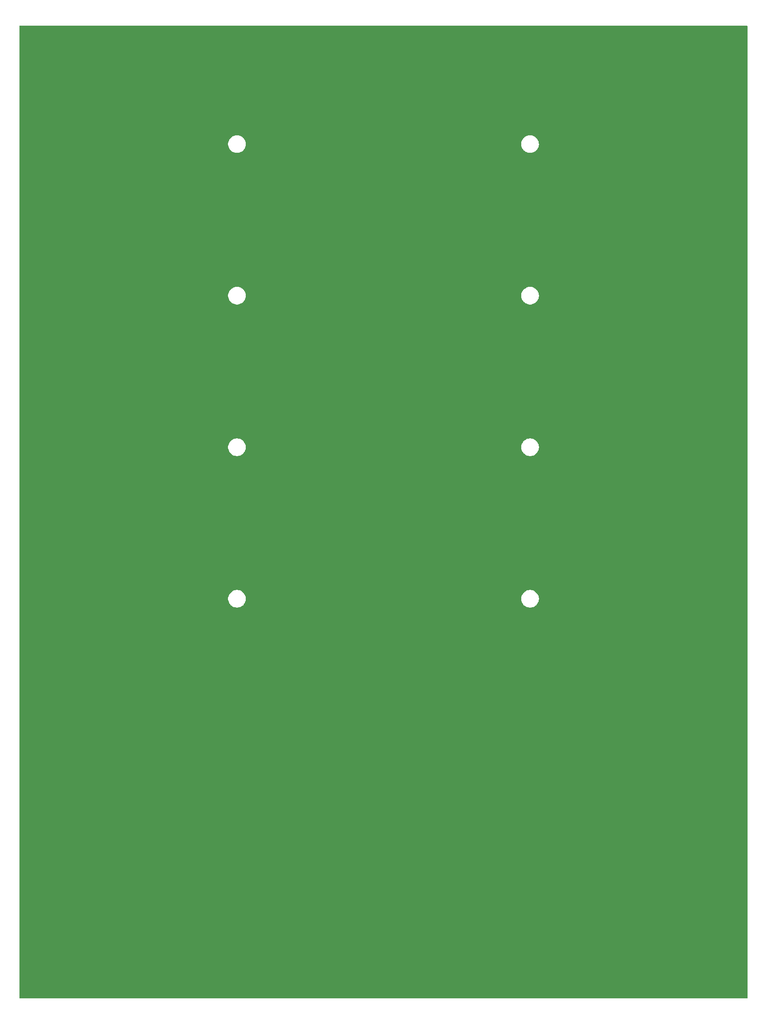
<source format=gtl>
%TF.GenerationSoftware,KiCad,Pcbnew,9.0.4*%
%TF.CreationDate,2025-10-03T19:57:29+02:00*%
%TF.ProjectId,DMH_VCEG_PANEL,444d485f-5643-4454-975f-50414e454c2e,rev?*%
%TF.SameCoordinates,Original*%
%TF.FileFunction,Copper,L1,Top*%
%TF.FilePolarity,Positive*%
%FSLAX46Y46*%
G04 Gerber Fmt 4.6, Leading zero omitted, Abs format (unit mm)*
G04 Created by KiCad (PCBNEW 9.0.4) date 2025-10-03 19:57:29*
%MOMM*%
%LPD*%
G01*
G04 APERTURE LIST*
%TA.AperFunction,ConnectorPad*%
%ADD10C,12.000000*%
%TD*%
%TA.AperFunction,ComponentPad*%
%ADD11O,2.500000X1.500000*%
%TD*%
%TA.AperFunction,ComponentPad*%
%ADD12C,4.000000*%
%TD*%
%TA.AperFunction,ComponentPad*%
%ADD13C,0.500000*%
%TD*%
%TA.AperFunction,ComponentPad*%
%ADD14C,2.900000*%
%TD*%
%TA.AperFunction,ComponentPad*%
%ADD15C,13.000000*%
%TD*%
G04 APERTURE END LIST*
D10*
%TO.P,H47,1,1*%
%TO.N,GND*%
X150000000Y-88250000D03*
D11*
X150000000Y-94250000D03*
%TD*%
D10*
%TO.P,H9,1,1*%
%TO.N,GND*%
X87500000Y-54750000D03*
%TD*%
D12*
%TO.P,H54,1,1*%
%TO.N,GND*%
X128500000Y-226500000D03*
%TD*%
D13*
%TO.P,H35,1,1*%
%TO.N,GND*%
X111300000Y-208750000D03*
X112960000Y-204720000D03*
X112970000Y-212790000D03*
X117000000Y-203050000D03*
D10*
X117000000Y-208750000D03*
D13*
X117000000Y-214450000D03*
X121030000Y-212790000D03*
X121040000Y-204720000D03*
X122700000Y-208750000D03*
%TD*%
D12*
%TO.P,H3,1,1*%
%TO.N,GND*%
X28500000Y-226500000D03*
%TD*%
D10*
%TO.P,H12,1,1*%
%TO.N,GND*%
X87500000Y-140250000D03*
%TD*%
%TO.P,H10,1,1*%
%TO.N,GND*%
X87500000Y-83250000D03*
%TD*%
D12*
%TO.P,H52,1,1*%
%TO.N,GND*%
X128500000Y-33500000D03*
%TD*%
%TO.P,H51,1,1*%
%TO.N,GND*%
X71500000Y-33500000D03*
%TD*%
D10*
%TO.P,H8,1,1*%
%TO.N,GND*%
X50000000Y-155250000D03*
D11*
X50000000Y-161250000D03*
%TD*%
D10*
%TO.P,H41,1,1*%
%TO.N,GND*%
X112500000Y-111750000D03*
%TD*%
D13*
%TO.P,H15,1,1*%
%TO.N,GND*%
X27800000Y-190250000D03*
X29460000Y-186220000D03*
X29470000Y-194290000D03*
X33500000Y-184550000D03*
D10*
X33500000Y-190250000D03*
D13*
X33500000Y-195950000D03*
X37530000Y-194290000D03*
X37540000Y-186220000D03*
X39200000Y-190250000D03*
%TD*%
D14*
%TO.P,H32,1,1*%
%TO.N,GND*%
X130000000Y-162400000D03*
D15*
X130000000Y-168500000D03*
%TD*%
D10*
%TO.P,H40,1,1*%
%TO.N,GND*%
X112500000Y-83250000D03*
%TD*%
D14*
%TO.P,H14,1,1*%
%TO.N,GND*%
X70000000Y-162400000D03*
D15*
X70000000Y-168500000D03*
%TD*%
D10*
%TO.P,H7,1,1*%
%TO.N,GND*%
X50000000Y-121750000D03*
D11*
X50000000Y-127750000D03*
%TD*%
D13*
%TO.P,H60,1,1*%
%TO.N,GND*%
X60800000Y-208750000D03*
X62460000Y-204720000D03*
X62470000Y-212790000D03*
X66500000Y-203050000D03*
D10*
X66500000Y-208750000D03*
D13*
X66500000Y-214450000D03*
X70530000Y-212790000D03*
X70540000Y-204720000D03*
X72200000Y-208750000D03*
%TD*%
%TO.P,H34,1,1*%
%TO.N,GND*%
X144300000Y-190250000D03*
X145960000Y-186220000D03*
X145970000Y-194290000D03*
X150000000Y-184550000D03*
D10*
X150000000Y-190250000D03*
D13*
X150000000Y-195950000D03*
X154030000Y-194290000D03*
X154040000Y-186220000D03*
X155700000Y-190250000D03*
%TD*%
%TO.P,H37,1,1*%
%TO.N,GND*%
X127800000Y-190250000D03*
X129460000Y-186220000D03*
X129470000Y-194290000D03*
X133500000Y-184550000D03*
D10*
X133500000Y-190250000D03*
D13*
X133500000Y-195950000D03*
X137530000Y-194290000D03*
X137540000Y-186220000D03*
X139200000Y-190250000D03*
%TD*%
D10*
%TO.P,H48,1,1*%
%TO.N,GND*%
X150000000Y-121750000D03*
D11*
X150000000Y-127750000D03*
%TD*%
D13*
%TO.P,H62,1,1*%
%TO.N,GND*%
X144300000Y-208750000D03*
X145960000Y-204720000D03*
X145970000Y-212790000D03*
X150000000Y-203050000D03*
D10*
X150000000Y-208750000D03*
D13*
X150000000Y-214450000D03*
X154030000Y-212790000D03*
X154040000Y-204720000D03*
X155700000Y-208750000D03*
%TD*%
%TO.P,H44,1,1*%
%TO.N,GND*%
X111300000Y-190250000D03*
X112960000Y-186220000D03*
X112970000Y-194290000D03*
X117000000Y-184550000D03*
D10*
X117000000Y-190250000D03*
D13*
X117000000Y-195950000D03*
X121030000Y-194290000D03*
X121040000Y-186220000D03*
X122700000Y-190250000D03*
%TD*%
D14*
%TO.P,H31,1,1*%
%TO.N,GND*%
X115000000Y-162400000D03*
D15*
X115000000Y-168500000D03*
%TD*%
D13*
%TO.P,H23,1,1*%
%TO.N,GND*%
X94300000Y-190250000D03*
X95960000Y-186220000D03*
X95970000Y-194290000D03*
X100000000Y-184550000D03*
D10*
X100000000Y-190250000D03*
D13*
X100000000Y-195950000D03*
X104030000Y-194290000D03*
X104040000Y-186220000D03*
X105700000Y-190250000D03*
%TD*%
D10*
%TO.P,H49,1,1*%
%TO.N,GND*%
X150000000Y-155250000D03*
D11*
X150000000Y-161250000D03*
%TD*%
D10*
%TO.P,H11,1,1*%
%TO.N,GND*%
X87500000Y-111750000D03*
%TD*%
D13*
%TO.P,H38,1,1*%
%TO.N,GND*%
X160800000Y-208750000D03*
X162460000Y-204720000D03*
X162470000Y-212790000D03*
X166500000Y-203050000D03*
D10*
X166500000Y-208750000D03*
D13*
X166500000Y-214450000D03*
X170530000Y-212790000D03*
X170540000Y-204720000D03*
X172200000Y-208750000D03*
%TD*%
D10*
%TO.P,H46,1,1*%
%TO.N,GND*%
X150000000Y-54750000D03*
D11*
X150000000Y-60750000D03*
%TD*%
D12*
%TO.P,H53,1,1*%
%TO.N,GND*%
X71500000Y-226500000D03*
%TD*%
D13*
%TO.P,H29,1,1*%
%TO.N,GND*%
X160800000Y-190250000D03*
X162460000Y-186220000D03*
X162470000Y-194290000D03*
X166500000Y-184550000D03*
D10*
X166500000Y-190250000D03*
D13*
X166500000Y-195950000D03*
X170530000Y-194290000D03*
X170540000Y-186220000D03*
X172200000Y-190250000D03*
%TD*%
D10*
%TO.P,H6,1,1*%
%TO.N,GND*%
X50000000Y-88250000D03*
D11*
X50000000Y-94250000D03*
%TD*%
D13*
%TO.P,H17,1,1*%
%TO.N,GND*%
X60800000Y-190250000D03*
X62460000Y-186220000D03*
X62470000Y-194290000D03*
X66500000Y-184550000D03*
D10*
X66500000Y-190250000D03*
D13*
X66500000Y-195950000D03*
X70530000Y-194290000D03*
X70540000Y-186220000D03*
X72200000Y-190250000D03*
%TD*%
%TO.P,H18,1,1*%
%TO.N,GND*%
X77300000Y-190250000D03*
X78960000Y-186220000D03*
X78970000Y-194290000D03*
X83000000Y-184550000D03*
D10*
X83000000Y-190250000D03*
D13*
X83000000Y-195950000D03*
X87030000Y-194290000D03*
X87040000Y-186220000D03*
X88700000Y-190250000D03*
%TD*%
%TO.P,H30,1,1*%
%TO.N,GND*%
X160800000Y-171750000D03*
X162460000Y-167720000D03*
X162470000Y-175790000D03*
X166500000Y-166050000D03*
D10*
X166500000Y-171750000D03*
D13*
X166500000Y-177450000D03*
X170530000Y-175790000D03*
X170540000Y-167720000D03*
X172200000Y-171750000D03*
%TD*%
D12*
%TO.P,H2,1,1*%
%TO.N,GND*%
X171500000Y-33500000D03*
%TD*%
%TO.P,H4,1,1*%
%TO.N,GND*%
X171500000Y-226500000D03*
%TD*%
D13*
%TO.P,H16,1,1*%
%TO.N,GND*%
X44300000Y-190250000D03*
X45960000Y-186220000D03*
X45970000Y-194290000D03*
X50000000Y-184550000D03*
D10*
X50000000Y-190250000D03*
D13*
X50000000Y-195950000D03*
X54030000Y-194290000D03*
X54040000Y-186220000D03*
X55700000Y-190250000D03*
%TD*%
%TO.P,H19,1,1*%
%TO.N,GND*%
X27800000Y-171750000D03*
X29460000Y-167720000D03*
X29470000Y-175790000D03*
X33500000Y-166050000D03*
D10*
X33500000Y-171750000D03*
D13*
X33500000Y-177450000D03*
X37530000Y-175790000D03*
X37540000Y-167720000D03*
X39200000Y-171750000D03*
%TD*%
D10*
%TO.P,H42,1,1*%
%TO.N,GND*%
X112500000Y-140250000D03*
%TD*%
D13*
%TO.P,H61,1,1*%
%TO.N,GND*%
X127800000Y-208750000D03*
X129460000Y-204720000D03*
X129470000Y-212790000D03*
X133500000Y-203050000D03*
D10*
X133500000Y-208750000D03*
D13*
X133500000Y-214450000D03*
X137530000Y-212790000D03*
X137540000Y-204720000D03*
X139200000Y-208750000D03*
%TD*%
D12*
%TO.P,H1,1,1*%
%TO.N,GND*%
X28500000Y-33500000D03*
%TD*%
D14*
%TO.P,H13,1,1*%
%TO.N,GND*%
X85000000Y-162400000D03*
D15*
X85000000Y-168500000D03*
%TD*%
D13*
%TO.P,H50,1,1*%
%TO.N,GND*%
X94300000Y-208750000D03*
X95960000Y-204720000D03*
X95970000Y-212790000D03*
X100000000Y-203050000D03*
D10*
X100000000Y-208750000D03*
D13*
X100000000Y-214450000D03*
X104030000Y-212790000D03*
X104040000Y-204720000D03*
X105700000Y-208750000D03*
%TD*%
D14*
%TO.P,H45,1,1*%
%TO.N,GND*%
X100000000Y-162400000D03*
D15*
X100000000Y-168500000D03*
%TD*%
D13*
%TO.P,H20,1,1*%
%TO.N,GND*%
X77300000Y-208750000D03*
X78960000Y-204720000D03*
X78970000Y-212790000D03*
X83000000Y-203050000D03*
D10*
X83000000Y-208750000D03*
D13*
X83000000Y-214450000D03*
X87030000Y-212790000D03*
X87040000Y-204720000D03*
X88700000Y-208750000D03*
%TD*%
D10*
%TO.P,H39,1,1*%
%TO.N,GND*%
X112500000Y-54750000D03*
%TD*%
D13*
%TO.P,H59,1,1*%
%TO.N,GND*%
X44300000Y-208750000D03*
X45960000Y-204720000D03*
X45970000Y-212790000D03*
X50000000Y-203050000D03*
D10*
X50000000Y-208750000D03*
D13*
X50000000Y-214450000D03*
X54030000Y-212790000D03*
X54040000Y-204720000D03*
X55700000Y-208750000D03*
%TD*%
D10*
%TO.P,H5,1,1*%
%TO.N,GND*%
X50000000Y-54750000D03*
D11*
X50000000Y-60750000D03*
%TD*%
D13*
%TO.P,H21,1,1*%
%TO.N,GND*%
X27800000Y-208750000D03*
X29460000Y-204720000D03*
X29470000Y-212790000D03*
X33500000Y-203050000D03*
D10*
X33500000Y-208750000D03*
D13*
X33500000Y-214450000D03*
X37530000Y-212790000D03*
X37540000Y-204720000D03*
X39200000Y-208750000D03*
%TD*%
%TA.AperFunction,Conductor*%
%TO.N,GND*%
G36*
X174442539Y-30520185D02*
G01*
X174488294Y-30572989D01*
X174499500Y-30624500D01*
X174499500Y-229375500D01*
X174479815Y-229442539D01*
X174427011Y-229488294D01*
X174375500Y-229499500D01*
X25624500Y-229499500D01*
X25557461Y-229479815D01*
X25511706Y-229427011D01*
X25500500Y-229375500D01*
X25500500Y-208537814D01*
X28099500Y-208537814D01*
X28099500Y-208558097D01*
X28099500Y-208962186D01*
X28132796Y-209385250D01*
X28199182Y-209804398D01*
X28298250Y-210217045D01*
X28298254Y-210217056D01*
X28429385Y-210620641D01*
X28496000Y-210781463D01*
X28591789Y-211012716D01*
X28784450Y-211390835D01*
X28784457Y-211390848D01*
X28784460Y-211390853D01*
X28807375Y-211428246D01*
X29006184Y-211752672D01*
X29006192Y-211752683D01*
X29006198Y-211752692D01*
X29255617Y-212095989D01*
X29255627Y-212096003D01*
X29378919Y-212240358D01*
X29531231Y-212418692D01*
X29831308Y-212718769D01*
X29831314Y-212718774D01*
X30153996Y-212994372D01*
X30154010Y-212994382D01*
X30361749Y-213145313D01*
X30497328Y-213243816D01*
X30625685Y-213322473D01*
X30859146Y-213465539D01*
X30859151Y-213465542D01*
X30859156Y-213465544D01*
X30859165Y-213465550D01*
X31237284Y-213658211D01*
X31629353Y-213820612D01*
X31629358Y-213820614D01*
X31731979Y-213853957D01*
X32032955Y-213951750D01*
X32445602Y-214050818D01*
X32864750Y-214117204D01*
X33287814Y-214150500D01*
X33287822Y-214150500D01*
X33712178Y-214150500D01*
X33712186Y-214150500D01*
X34135250Y-214117204D01*
X34554398Y-214050818D01*
X34967045Y-213951750D01*
X35370647Y-213820612D01*
X35762716Y-213658211D01*
X36140835Y-213465550D01*
X36502672Y-213243816D01*
X36845997Y-212994377D01*
X37168692Y-212718769D01*
X37468769Y-212418692D01*
X37744377Y-212095997D01*
X37993816Y-211752672D01*
X38215550Y-211390835D01*
X38408211Y-211012716D01*
X38570612Y-210620647D01*
X38701750Y-210217045D01*
X38800818Y-209804398D01*
X38867204Y-209385250D01*
X38900500Y-208962186D01*
X38900500Y-208537814D01*
X44599500Y-208537814D01*
X44599500Y-208558097D01*
X44599500Y-208962186D01*
X44632796Y-209385250D01*
X44699182Y-209804398D01*
X44798250Y-210217045D01*
X44798254Y-210217056D01*
X44929385Y-210620641D01*
X44996000Y-210781463D01*
X45091789Y-211012716D01*
X45284450Y-211390835D01*
X45284457Y-211390848D01*
X45284460Y-211390853D01*
X45307375Y-211428246D01*
X45506184Y-211752672D01*
X45506192Y-211752683D01*
X45506198Y-211752692D01*
X45755617Y-212095989D01*
X45755627Y-212096003D01*
X45878919Y-212240358D01*
X46031231Y-212418692D01*
X46331308Y-212718769D01*
X46331314Y-212718774D01*
X46653996Y-212994372D01*
X46654010Y-212994382D01*
X46861749Y-213145313D01*
X46997328Y-213243816D01*
X47125685Y-213322473D01*
X47359146Y-213465539D01*
X47359151Y-213465542D01*
X47359156Y-213465544D01*
X47359165Y-213465550D01*
X47737284Y-213658211D01*
X48129353Y-213820612D01*
X48129358Y-213820614D01*
X48231979Y-213853957D01*
X48532955Y-213951750D01*
X48945602Y-214050818D01*
X49364750Y-214117204D01*
X49787814Y-214150500D01*
X49787822Y-214150500D01*
X50212178Y-214150500D01*
X50212186Y-214150500D01*
X50635250Y-214117204D01*
X51054398Y-214050818D01*
X51467045Y-213951750D01*
X51870647Y-213820612D01*
X52262716Y-213658211D01*
X52640835Y-213465550D01*
X53002672Y-213243816D01*
X53345997Y-212994377D01*
X53668692Y-212718769D01*
X53968769Y-212418692D01*
X54244377Y-212095997D01*
X54493816Y-211752672D01*
X54715550Y-211390835D01*
X54908211Y-211012716D01*
X55070612Y-210620647D01*
X55201750Y-210217045D01*
X55300818Y-209804398D01*
X55367204Y-209385250D01*
X55400500Y-208962186D01*
X55400500Y-208537814D01*
X61099500Y-208537814D01*
X61099500Y-208558097D01*
X61099500Y-208962186D01*
X61132796Y-209385250D01*
X61199182Y-209804398D01*
X61298250Y-210217045D01*
X61298254Y-210217056D01*
X61429385Y-210620641D01*
X61496000Y-210781463D01*
X61591789Y-211012716D01*
X61784450Y-211390835D01*
X61784457Y-211390848D01*
X61784460Y-211390853D01*
X61807375Y-211428246D01*
X62006184Y-211752672D01*
X62006192Y-211752683D01*
X62006198Y-211752692D01*
X62255617Y-212095989D01*
X62255627Y-212096003D01*
X62378919Y-212240358D01*
X62531231Y-212418692D01*
X62831308Y-212718769D01*
X62831314Y-212718774D01*
X63153996Y-212994372D01*
X63154010Y-212994382D01*
X63361749Y-213145313D01*
X63497328Y-213243816D01*
X63625685Y-213322473D01*
X63859146Y-213465539D01*
X63859151Y-213465542D01*
X63859156Y-213465544D01*
X63859165Y-213465550D01*
X64237284Y-213658211D01*
X64629353Y-213820612D01*
X64629358Y-213820614D01*
X64731979Y-213853957D01*
X65032955Y-213951750D01*
X65445602Y-214050818D01*
X65864750Y-214117204D01*
X66287814Y-214150500D01*
X66287822Y-214150500D01*
X66712178Y-214150500D01*
X66712186Y-214150500D01*
X67135250Y-214117204D01*
X67554398Y-214050818D01*
X67967045Y-213951750D01*
X68370647Y-213820612D01*
X68762716Y-213658211D01*
X69140835Y-213465550D01*
X69502672Y-213243816D01*
X69845997Y-212994377D01*
X70168692Y-212718769D01*
X70468769Y-212418692D01*
X70744377Y-212095997D01*
X70993816Y-211752672D01*
X71215550Y-211390835D01*
X71408211Y-211012716D01*
X71570612Y-210620647D01*
X71701750Y-210217045D01*
X71800818Y-209804398D01*
X71867204Y-209385250D01*
X71900500Y-208962186D01*
X71900500Y-208537814D01*
X77599500Y-208537814D01*
X77599500Y-208558097D01*
X77599500Y-208962186D01*
X77632796Y-209385250D01*
X77699182Y-209804398D01*
X77798250Y-210217045D01*
X77798254Y-210217056D01*
X77929385Y-210620641D01*
X77996000Y-210781463D01*
X78091789Y-211012716D01*
X78284450Y-211390835D01*
X78284457Y-211390848D01*
X78284460Y-211390853D01*
X78307375Y-211428246D01*
X78506184Y-211752672D01*
X78506192Y-211752683D01*
X78506198Y-211752692D01*
X78755617Y-212095989D01*
X78755627Y-212096003D01*
X78878919Y-212240358D01*
X79031231Y-212418692D01*
X79331308Y-212718769D01*
X79331314Y-212718774D01*
X79653996Y-212994372D01*
X79654010Y-212994382D01*
X79861749Y-213145313D01*
X79997328Y-213243816D01*
X80125685Y-213322473D01*
X80359146Y-213465539D01*
X80359151Y-213465542D01*
X80359156Y-213465544D01*
X80359165Y-213465550D01*
X80737284Y-213658211D01*
X81129353Y-213820612D01*
X81129358Y-213820614D01*
X81231979Y-213853957D01*
X81532955Y-213951750D01*
X81945602Y-214050818D01*
X82364750Y-214117204D01*
X82787814Y-214150500D01*
X82787822Y-214150500D01*
X83212178Y-214150500D01*
X83212186Y-214150500D01*
X83635250Y-214117204D01*
X84054398Y-214050818D01*
X84467045Y-213951750D01*
X84870647Y-213820612D01*
X85262716Y-213658211D01*
X85640835Y-213465550D01*
X86002672Y-213243816D01*
X86345997Y-212994377D01*
X86668692Y-212718769D01*
X86968769Y-212418692D01*
X87244377Y-212095997D01*
X87493816Y-211752672D01*
X87715550Y-211390835D01*
X87908211Y-211012716D01*
X88070612Y-210620647D01*
X88201750Y-210217045D01*
X88300818Y-209804398D01*
X88367204Y-209385250D01*
X88400500Y-208962186D01*
X88400500Y-208537814D01*
X94599500Y-208537814D01*
X94599500Y-208558097D01*
X94599500Y-208962186D01*
X94632796Y-209385250D01*
X94699182Y-209804398D01*
X94798250Y-210217045D01*
X94798254Y-210217056D01*
X94929385Y-210620641D01*
X94996000Y-210781463D01*
X95091789Y-211012716D01*
X95284450Y-211390835D01*
X95284457Y-211390848D01*
X95284460Y-211390853D01*
X95307375Y-211428246D01*
X95506184Y-211752672D01*
X95506192Y-211752683D01*
X95506198Y-211752692D01*
X95755617Y-212095989D01*
X95755627Y-212096003D01*
X95878919Y-212240358D01*
X96031231Y-212418692D01*
X96331308Y-212718769D01*
X96331314Y-212718774D01*
X96653996Y-212994372D01*
X96654010Y-212994382D01*
X96861749Y-213145313D01*
X96997328Y-213243816D01*
X97125685Y-213322473D01*
X97359146Y-213465539D01*
X97359151Y-213465542D01*
X97359156Y-213465544D01*
X97359165Y-213465550D01*
X97737284Y-213658211D01*
X98129353Y-213820612D01*
X98129358Y-213820614D01*
X98231979Y-213853957D01*
X98532955Y-213951750D01*
X98945602Y-214050818D01*
X99364750Y-214117204D01*
X99787814Y-214150500D01*
X99787822Y-214150500D01*
X100212178Y-214150500D01*
X100212186Y-214150500D01*
X100635250Y-214117204D01*
X101054398Y-214050818D01*
X101467045Y-213951750D01*
X101870647Y-213820612D01*
X102262716Y-213658211D01*
X102640835Y-213465550D01*
X103002672Y-213243816D01*
X103345997Y-212994377D01*
X103668692Y-212718769D01*
X103968769Y-212418692D01*
X104244377Y-212095997D01*
X104493816Y-211752672D01*
X104715550Y-211390835D01*
X104908211Y-211012716D01*
X105070612Y-210620647D01*
X105201750Y-210217045D01*
X105300818Y-209804398D01*
X105367204Y-209385250D01*
X105400500Y-208962186D01*
X105400500Y-208537814D01*
X111599500Y-208537814D01*
X111599500Y-208558097D01*
X111599500Y-208962186D01*
X111632796Y-209385250D01*
X111699182Y-209804398D01*
X111798250Y-210217045D01*
X111798254Y-210217056D01*
X111929385Y-210620641D01*
X111996000Y-210781463D01*
X112091789Y-211012716D01*
X112284450Y-211390835D01*
X112284457Y-211390848D01*
X112284460Y-211390853D01*
X112307375Y-211428246D01*
X112506184Y-211752672D01*
X112506192Y-211752683D01*
X112506198Y-211752692D01*
X112755617Y-212095989D01*
X112755627Y-212096003D01*
X112878919Y-212240358D01*
X113031231Y-212418692D01*
X113331308Y-212718769D01*
X113331314Y-212718774D01*
X113653996Y-212994372D01*
X113654010Y-212994382D01*
X113861749Y-213145313D01*
X113997328Y-213243816D01*
X114125685Y-213322473D01*
X114359146Y-213465539D01*
X114359151Y-213465542D01*
X114359156Y-213465544D01*
X114359165Y-213465550D01*
X114737284Y-213658211D01*
X115129353Y-213820612D01*
X115129358Y-213820614D01*
X115231979Y-213853957D01*
X115532955Y-213951750D01*
X115945602Y-214050818D01*
X116364750Y-214117204D01*
X116787814Y-214150500D01*
X116787822Y-214150500D01*
X117212178Y-214150500D01*
X117212186Y-214150500D01*
X117635250Y-214117204D01*
X118054398Y-214050818D01*
X118467045Y-213951750D01*
X118870647Y-213820612D01*
X119262716Y-213658211D01*
X119640835Y-213465550D01*
X120002672Y-213243816D01*
X120345997Y-212994377D01*
X120668692Y-212718769D01*
X120968769Y-212418692D01*
X121244377Y-212095997D01*
X121493816Y-211752672D01*
X121715550Y-211390835D01*
X121908211Y-211012716D01*
X122070612Y-210620647D01*
X122201750Y-210217045D01*
X122300818Y-209804398D01*
X122367204Y-209385250D01*
X122400500Y-208962186D01*
X122400500Y-208537814D01*
X128099500Y-208537814D01*
X128099500Y-208558097D01*
X128099500Y-208962186D01*
X128132796Y-209385250D01*
X128199182Y-209804398D01*
X128298250Y-210217045D01*
X128298254Y-210217056D01*
X128429385Y-210620641D01*
X128496000Y-210781463D01*
X128591789Y-211012716D01*
X128784450Y-211390835D01*
X128784457Y-211390848D01*
X128784460Y-211390853D01*
X128807375Y-211428246D01*
X129006184Y-211752672D01*
X129006192Y-211752683D01*
X129006198Y-211752692D01*
X129255617Y-212095989D01*
X129255627Y-212096003D01*
X129378919Y-212240358D01*
X129531231Y-212418692D01*
X129831308Y-212718769D01*
X129831314Y-212718774D01*
X130153996Y-212994372D01*
X130154010Y-212994382D01*
X130361749Y-213145313D01*
X130497328Y-213243816D01*
X130625685Y-213322473D01*
X130859146Y-213465539D01*
X130859151Y-213465542D01*
X130859156Y-213465544D01*
X130859165Y-213465550D01*
X131237284Y-213658211D01*
X131629353Y-213820612D01*
X131629358Y-213820614D01*
X131731979Y-213853957D01*
X132032955Y-213951750D01*
X132445602Y-214050818D01*
X132864750Y-214117204D01*
X133287814Y-214150500D01*
X133287822Y-214150500D01*
X133712178Y-214150500D01*
X133712186Y-214150500D01*
X134135250Y-214117204D01*
X134554398Y-214050818D01*
X134967045Y-213951750D01*
X135370647Y-213820612D01*
X135762716Y-213658211D01*
X136140835Y-213465550D01*
X136502672Y-213243816D01*
X136845997Y-212994377D01*
X137168692Y-212718769D01*
X137468769Y-212418692D01*
X137744377Y-212095997D01*
X137993816Y-211752672D01*
X138215550Y-211390835D01*
X138408211Y-211012716D01*
X138570612Y-210620647D01*
X138701750Y-210217045D01*
X138800818Y-209804398D01*
X138867204Y-209385250D01*
X138900500Y-208962186D01*
X138900500Y-208537814D01*
X144599500Y-208537814D01*
X144599500Y-208558097D01*
X144599500Y-208962186D01*
X144632796Y-209385250D01*
X144699182Y-209804398D01*
X144798250Y-210217045D01*
X144798254Y-210217056D01*
X144929385Y-210620641D01*
X144996000Y-210781463D01*
X145091789Y-211012716D01*
X145284450Y-211390835D01*
X145284457Y-211390848D01*
X145284460Y-211390853D01*
X145307375Y-211428246D01*
X145506184Y-211752672D01*
X145506192Y-211752683D01*
X145506198Y-211752692D01*
X145755617Y-212095989D01*
X145755627Y-212096003D01*
X145878919Y-212240358D01*
X146031231Y-212418692D01*
X146331308Y-212718769D01*
X146331314Y-212718774D01*
X146653996Y-212994372D01*
X146654010Y-212994382D01*
X146861749Y-213145313D01*
X146997328Y-213243816D01*
X147125685Y-213322473D01*
X147359146Y-213465539D01*
X147359151Y-213465542D01*
X147359156Y-213465544D01*
X147359165Y-213465550D01*
X147737284Y-213658211D01*
X148129353Y-213820612D01*
X148129358Y-213820614D01*
X148231979Y-213853957D01*
X148532955Y-213951750D01*
X148945602Y-214050818D01*
X149364750Y-214117204D01*
X149787814Y-214150500D01*
X149787822Y-214150500D01*
X150212178Y-214150500D01*
X150212186Y-214150500D01*
X150635250Y-214117204D01*
X151054398Y-214050818D01*
X151467045Y-213951750D01*
X151870647Y-213820612D01*
X152262716Y-213658211D01*
X152640835Y-213465550D01*
X153002672Y-213243816D01*
X153345997Y-212994377D01*
X153668692Y-212718769D01*
X153968769Y-212418692D01*
X154244377Y-212095997D01*
X154493816Y-211752672D01*
X154715550Y-211390835D01*
X154908211Y-211012716D01*
X155070612Y-210620647D01*
X155201750Y-210217045D01*
X155300818Y-209804398D01*
X155367204Y-209385250D01*
X155400500Y-208962186D01*
X155400500Y-208537814D01*
X161099500Y-208537814D01*
X161099500Y-208558097D01*
X161099500Y-208962186D01*
X161132796Y-209385250D01*
X161199182Y-209804398D01*
X161298250Y-210217045D01*
X161298254Y-210217056D01*
X161429385Y-210620641D01*
X161496000Y-210781463D01*
X161591789Y-211012716D01*
X161784450Y-211390835D01*
X161784457Y-211390848D01*
X161784460Y-211390853D01*
X161807375Y-211428246D01*
X162006184Y-211752672D01*
X162006192Y-211752683D01*
X162006198Y-211752692D01*
X162255617Y-212095989D01*
X162255627Y-212096003D01*
X162378919Y-212240358D01*
X162531231Y-212418692D01*
X162831308Y-212718769D01*
X162831314Y-212718774D01*
X163153996Y-212994372D01*
X163154010Y-212994382D01*
X163361749Y-213145313D01*
X163497328Y-213243816D01*
X163625685Y-213322473D01*
X163859146Y-213465539D01*
X163859151Y-213465542D01*
X163859156Y-213465544D01*
X163859165Y-213465550D01*
X164237284Y-213658211D01*
X164629353Y-213820612D01*
X164629358Y-213820614D01*
X164731979Y-213853957D01*
X165032955Y-213951750D01*
X165445602Y-214050818D01*
X165864750Y-214117204D01*
X166287814Y-214150500D01*
X166287822Y-214150500D01*
X166712178Y-214150500D01*
X166712186Y-214150500D01*
X167135250Y-214117204D01*
X167554398Y-214050818D01*
X167967045Y-213951750D01*
X168370647Y-213820612D01*
X168762716Y-213658211D01*
X169140835Y-213465550D01*
X169502672Y-213243816D01*
X169845997Y-212994377D01*
X170168692Y-212718769D01*
X170468769Y-212418692D01*
X170744377Y-212095997D01*
X170993816Y-211752672D01*
X171215550Y-211390835D01*
X171408211Y-211012716D01*
X171570612Y-210620647D01*
X171701750Y-210217045D01*
X171800818Y-209804398D01*
X171867204Y-209385250D01*
X171900500Y-208962186D01*
X171900500Y-208537814D01*
X171867204Y-208114750D01*
X171800818Y-207695602D01*
X171701750Y-207282955D01*
X171570612Y-206879353D01*
X171408211Y-206487284D01*
X171215550Y-206109165D01*
X171215544Y-206109156D01*
X171215542Y-206109151D01*
X171215539Y-206109146D01*
X170993823Y-205747340D01*
X170993816Y-205747328D01*
X170744377Y-205404003D01*
X170744372Y-205403996D01*
X170468774Y-205081314D01*
X170468769Y-205081308D01*
X170168692Y-204781231D01*
X170168685Y-204781225D01*
X169846003Y-204505627D01*
X169845989Y-204505617D01*
X169502692Y-204256198D01*
X169502683Y-204256192D01*
X169502672Y-204256184D01*
X169502659Y-204256176D01*
X169140853Y-204034460D01*
X169140848Y-204034457D01*
X169140838Y-204034452D01*
X169140835Y-204034450D01*
X168762716Y-203841789D01*
X168762702Y-203841783D01*
X168370641Y-203679385D01*
X168083478Y-203586081D01*
X167967045Y-203548250D01*
X167554398Y-203449182D01*
X167135250Y-203382796D01*
X166712191Y-203349500D01*
X166712186Y-203349500D01*
X166287814Y-203349500D01*
X166287808Y-203349500D01*
X165864749Y-203382796D01*
X165864748Y-203382796D01*
X165445607Y-203449181D01*
X165445604Y-203449181D01*
X165445602Y-203449182D01*
X165297817Y-203484661D01*
X165032966Y-203548247D01*
X165032960Y-203548248D01*
X165032955Y-203548250D01*
X165032943Y-203548254D01*
X164629358Y-203679385D01*
X164237297Y-203841783D01*
X164237284Y-203841789D01*
X163859151Y-204034457D01*
X163859146Y-204034460D01*
X163497340Y-204256176D01*
X163497307Y-204256198D01*
X163154010Y-204505617D01*
X163153996Y-204505627D01*
X162831314Y-204781225D01*
X162831300Y-204781238D01*
X162531238Y-205081300D01*
X162531225Y-205081314D01*
X162255627Y-205403996D01*
X162255617Y-205404010D01*
X162006198Y-205747307D01*
X162006176Y-205747340D01*
X161784460Y-206109146D01*
X161784457Y-206109151D01*
X161591789Y-206487284D01*
X161591783Y-206487297D01*
X161429385Y-206879358D01*
X161298254Y-207282943D01*
X161298247Y-207282966D01*
X161199181Y-207695607D01*
X161183000Y-207797774D01*
X161132796Y-208114750D01*
X161099500Y-208537814D01*
X155400500Y-208537814D01*
X155367204Y-208114750D01*
X155300818Y-207695602D01*
X155201750Y-207282955D01*
X155070612Y-206879353D01*
X154908211Y-206487284D01*
X154715550Y-206109165D01*
X154715544Y-206109156D01*
X154715542Y-206109151D01*
X154715539Y-206109146D01*
X154493823Y-205747340D01*
X154493816Y-205747328D01*
X154244377Y-205404003D01*
X154244372Y-205403996D01*
X153968774Y-205081314D01*
X153968769Y-205081308D01*
X153668692Y-204781231D01*
X153668685Y-204781225D01*
X153346003Y-204505627D01*
X153345989Y-204505617D01*
X153002692Y-204256198D01*
X153002683Y-204256192D01*
X153002672Y-204256184D01*
X153002659Y-204256176D01*
X152640853Y-204034460D01*
X152640848Y-204034457D01*
X152640838Y-204034452D01*
X152640835Y-204034450D01*
X152262716Y-203841789D01*
X152262702Y-203841783D01*
X151870641Y-203679385D01*
X151583478Y-203586081D01*
X151467045Y-203548250D01*
X151054398Y-203449182D01*
X150635250Y-203382796D01*
X150212191Y-203349500D01*
X150212186Y-203349500D01*
X149787814Y-203349500D01*
X149787808Y-203349500D01*
X149364749Y-203382796D01*
X149364748Y-203382796D01*
X148945607Y-203449181D01*
X148945604Y-203449181D01*
X148945602Y-203449182D01*
X148797817Y-203484661D01*
X148532966Y-203548247D01*
X148532960Y-203548248D01*
X148532955Y-203548250D01*
X148532943Y-203548254D01*
X148129358Y-203679385D01*
X147737297Y-203841783D01*
X147737284Y-203841789D01*
X147359151Y-204034457D01*
X147359146Y-204034460D01*
X146997340Y-204256176D01*
X146997307Y-204256198D01*
X146654010Y-204505617D01*
X146653996Y-204505627D01*
X146331314Y-204781225D01*
X146331300Y-204781238D01*
X146031238Y-205081300D01*
X146031225Y-205081314D01*
X145755627Y-205403996D01*
X145755617Y-205404010D01*
X145506198Y-205747307D01*
X145506176Y-205747340D01*
X145284460Y-206109146D01*
X145284457Y-206109151D01*
X145091789Y-206487284D01*
X145091783Y-206487297D01*
X144929385Y-206879358D01*
X144798254Y-207282943D01*
X144798247Y-207282966D01*
X144699181Y-207695607D01*
X144683000Y-207797774D01*
X144632796Y-208114750D01*
X144599500Y-208537814D01*
X138900500Y-208537814D01*
X138867204Y-208114750D01*
X138800818Y-207695602D01*
X138701750Y-207282955D01*
X138570612Y-206879353D01*
X138408211Y-206487284D01*
X138215550Y-206109165D01*
X138215544Y-206109156D01*
X138215542Y-206109151D01*
X138215539Y-206109146D01*
X137993823Y-205747340D01*
X137993816Y-205747328D01*
X137744377Y-205404003D01*
X137744372Y-205403996D01*
X137468774Y-205081314D01*
X137468769Y-205081308D01*
X137168692Y-204781231D01*
X137168685Y-204781225D01*
X136846003Y-204505627D01*
X136845989Y-204505617D01*
X136502692Y-204256198D01*
X136502683Y-204256192D01*
X136502672Y-204256184D01*
X136502659Y-204256176D01*
X136140853Y-204034460D01*
X136140848Y-204034457D01*
X136140838Y-204034452D01*
X136140835Y-204034450D01*
X135762716Y-203841789D01*
X135762702Y-203841783D01*
X135370641Y-203679385D01*
X135083478Y-203586081D01*
X134967045Y-203548250D01*
X134554398Y-203449182D01*
X134135250Y-203382796D01*
X133712191Y-203349500D01*
X133712186Y-203349500D01*
X133287814Y-203349500D01*
X133287808Y-203349500D01*
X132864749Y-203382796D01*
X132864748Y-203382796D01*
X132445607Y-203449181D01*
X132445604Y-203449181D01*
X132445602Y-203449182D01*
X132297817Y-203484661D01*
X132032966Y-203548247D01*
X132032960Y-203548248D01*
X132032955Y-203548250D01*
X132032943Y-203548254D01*
X131629358Y-203679385D01*
X131237297Y-203841783D01*
X131237284Y-203841789D01*
X130859151Y-204034457D01*
X130859146Y-204034460D01*
X130497340Y-204256176D01*
X130497307Y-204256198D01*
X130154010Y-204505617D01*
X130153996Y-204505627D01*
X129831314Y-204781225D01*
X129831300Y-204781238D01*
X129531238Y-205081300D01*
X129531225Y-205081314D01*
X129255627Y-205403996D01*
X129255617Y-205404010D01*
X129006198Y-205747307D01*
X129006176Y-205747340D01*
X128784460Y-206109146D01*
X128784457Y-206109151D01*
X128591789Y-206487284D01*
X128591783Y-206487297D01*
X128429385Y-206879358D01*
X128298254Y-207282943D01*
X128298247Y-207282966D01*
X128199181Y-207695607D01*
X128183000Y-207797774D01*
X128132796Y-208114750D01*
X128099500Y-208537814D01*
X122400500Y-208537814D01*
X122367204Y-208114750D01*
X122300818Y-207695602D01*
X122201750Y-207282955D01*
X122070612Y-206879353D01*
X121908211Y-206487284D01*
X121715550Y-206109165D01*
X121715544Y-206109156D01*
X121715542Y-206109151D01*
X121715539Y-206109146D01*
X121493823Y-205747340D01*
X121493816Y-205747328D01*
X121244377Y-205404003D01*
X121244372Y-205403996D01*
X120968774Y-205081314D01*
X120968769Y-205081308D01*
X120668692Y-204781231D01*
X120668685Y-204781225D01*
X120346003Y-204505627D01*
X120345989Y-204505617D01*
X120002692Y-204256198D01*
X120002683Y-204256192D01*
X120002672Y-204256184D01*
X120002659Y-204256176D01*
X119640853Y-204034460D01*
X119640848Y-204034457D01*
X119640838Y-204034452D01*
X119640835Y-204034450D01*
X119262716Y-203841789D01*
X119262702Y-203841783D01*
X118870641Y-203679385D01*
X118583478Y-203586081D01*
X118467045Y-203548250D01*
X118054398Y-203449182D01*
X117635250Y-203382796D01*
X117212191Y-203349500D01*
X117212186Y-203349500D01*
X116787814Y-203349500D01*
X116787808Y-203349500D01*
X116364749Y-203382796D01*
X116364748Y-203382796D01*
X115945607Y-203449181D01*
X115945604Y-203449181D01*
X115945602Y-203449182D01*
X115797817Y-203484661D01*
X115532966Y-203548247D01*
X115532960Y-203548248D01*
X115532955Y-203548250D01*
X115532943Y-203548254D01*
X115129358Y-203679385D01*
X114737297Y-203841783D01*
X114737284Y-203841789D01*
X114359151Y-204034457D01*
X114359146Y-204034460D01*
X113997340Y-204256176D01*
X113997307Y-204256198D01*
X113654010Y-204505617D01*
X113653996Y-204505627D01*
X113331314Y-204781225D01*
X113331300Y-204781238D01*
X113031238Y-205081300D01*
X113031225Y-205081314D01*
X112755627Y-205403996D01*
X112755617Y-205404010D01*
X112506198Y-205747307D01*
X112506176Y-205747340D01*
X112284460Y-206109146D01*
X112284457Y-206109151D01*
X112091789Y-206487284D01*
X112091783Y-206487297D01*
X111929385Y-206879358D01*
X111798254Y-207282943D01*
X111798247Y-207282966D01*
X111699181Y-207695607D01*
X111683000Y-207797774D01*
X111632796Y-208114750D01*
X111599500Y-208537814D01*
X105400500Y-208537814D01*
X105367204Y-208114750D01*
X105300818Y-207695602D01*
X105201750Y-207282955D01*
X105070612Y-206879353D01*
X104908211Y-206487284D01*
X104715550Y-206109165D01*
X104715544Y-206109156D01*
X104715542Y-206109151D01*
X104715539Y-206109146D01*
X104493823Y-205747340D01*
X104493816Y-205747328D01*
X104244377Y-205404003D01*
X104244372Y-205403996D01*
X103968774Y-205081314D01*
X103968769Y-205081308D01*
X103668692Y-204781231D01*
X103668685Y-204781225D01*
X103346003Y-204505627D01*
X103345989Y-204505617D01*
X103002692Y-204256198D01*
X103002683Y-204256192D01*
X103002672Y-204256184D01*
X103002659Y-204256176D01*
X102640853Y-204034460D01*
X102640848Y-204034457D01*
X102640838Y-204034452D01*
X102640835Y-204034450D01*
X102262716Y-203841789D01*
X102262702Y-203841783D01*
X101870641Y-203679385D01*
X101583478Y-203586081D01*
X101467045Y-203548250D01*
X101054398Y-203449182D01*
X100635250Y-203382796D01*
X100212191Y-203349500D01*
X100212186Y-203349500D01*
X99787814Y-203349500D01*
X99787808Y-203349500D01*
X99364749Y-203382796D01*
X99364748Y-203382796D01*
X98945607Y-203449181D01*
X98945604Y-203449181D01*
X98945602Y-203449182D01*
X98797817Y-203484661D01*
X98532966Y-203548247D01*
X98532960Y-203548248D01*
X98532955Y-203548250D01*
X98532943Y-203548254D01*
X98129358Y-203679385D01*
X97737297Y-203841783D01*
X97737284Y-203841789D01*
X97359151Y-204034457D01*
X97359146Y-204034460D01*
X96997340Y-204256176D01*
X96997307Y-204256198D01*
X96654010Y-204505617D01*
X96653996Y-204505627D01*
X96331314Y-204781225D01*
X96331300Y-204781238D01*
X96031238Y-205081300D01*
X96031225Y-205081314D01*
X95755627Y-205403996D01*
X95755617Y-205404010D01*
X95506198Y-205747307D01*
X95506176Y-205747340D01*
X95284460Y-206109146D01*
X95284457Y-206109151D01*
X95091789Y-206487284D01*
X95091783Y-206487297D01*
X94929385Y-206879358D01*
X94798254Y-207282943D01*
X94798247Y-207282966D01*
X94699181Y-207695607D01*
X94683000Y-207797774D01*
X94632796Y-208114750D01*
X94599500Y-208537814D01*
X88400500Y-208537814D01*
X88367204Y-208114750D01*
X88300818Y-207695602D01*
X88201750Y-207282955D01*
X88070612Y-206879353D01*
X87908211Y-206487284D01*
X87715550Y-206109165D01*
X87715544Y-206109156D01*
X87715542Y-206109151D01*
X87715539Y-206109146D01*
X87493823Y-205747340D01*
X87493816Y-205747328D01*
X87244377Y-205404003D01*
X87244372Y-205403996D01*
X86968774Y-205081314D01*
X86968769Y-205081308D01*
X86668692Y-204781231D01*
X86668685Y-204781225D01*
X86346003Y-204505627D01*
X86345989Y-204505617D01*
X86002692Y-204256198D01*
X86002683Y-204256192D01*
X86002672Y-204256184D01*
X86002659Y-204256176D01*
X85640853Y-204034460D01*
X85640848Y-204034457D01*
X85640838Y-204034452D01*
X85640835Y-204034450D01*
X85262716Y-203841789D01*
X85262702Y-203841783D01*
X84870641Y-203679385D01*
X84583478Y-203586081D01*
X84467045Y-203548250D01*
X84054398Y-203449182D01*
X83635250Y-203382796D01*
X83212191Y-203349500D01*
X83212186Y-203349500D01*
X82787814Y-203349500D01*
X82787808Y-203349500D01*
X82364749Y-203382796D01*
X82364748Y-203382796D01*
X81945607Y-203449181D01*
X81945604Y-203449181D01*
X81945602Y-203449182D01*
X81797817Y-203484661D01*
X81532966Y-203548247D01*
X81532960Y-203548248D01*
X81532955Y-203548250D01*
X81532943Y-203548254D01*
X81129358Y-203679385D01*
X80737297Y-203841783D01*
X80737284Y-203841789D01*
X80359151Y-204034457D01*
X80359146Y-204034460D01*
X79997340Y-204256176D01*
X79997307Y-204256198D01*
X79654010Y-204505617D01*
X79653996Y-204505627D01*
X79331314Y-204781225D01*
X79331300Y-204781238D01*
X79031238Y-205081300D01*
X79031225Y-205081314D01*
X78755627Y-205403996D01*
X78755617Y-205404010D01*
X78506198Y-205747307D01*
X78506176Y-205747340D01*
X78284460Y-206109146D01*
X78284457Y-206109151D01*
X78091789Y-206487284D01*
X78091783Y-206487297D01*
X77929385Y-206879358D01*
X77798254Y-207282943D01*
X77798247Y-207282966D01*
X77699181Y-207695607D01*
X77683000Y-207797774D01*
X77632796Y-208114750D01*
X77599500Y-208537814D01*
X71900500Y-208537814D01*
X71867204Y-208114750D01*
X71800818Y-207695602D01*
X71701750Y-207282955D01*
X71570612Y-206879353D01*
X71408211Y-206487284D01*
X71215550Y-206109165D01*
X71215544Y-206109156D01*
X71215542Y-206109151D01*
X71215539Y-206109146D01*
X70993823Y-205747340D01*
X70993816Y-205747328D01*
X70744377Y-205404003D01*
X70744372Y-205403996D01*
X70468774Y-205081314D01*
X70468769Y-205081308D01*
X70168692Y-204781231D01*
X70168685Y-204781225D01*
X69846003Y-204505627D01*
X69845989Y-204505617D01*
X69502692Y-204256198D01*
X69502683Y-204256192D01*
X69502672Y-204256184D01*
X69502659Y-204256176D01*
X69140853Y-204034460D01*
X69140848Y-204034457D01*
X69140838Y-204034452D01*
X69140835Y-204034450D01*
X68762716Y-203841789D01*
X68762702Y-203841783D01*
X68370641Y-203679385D01*
X68083478Y-203586081D01*
X67967045Y-203548250D01*
X67554398Y-203449182D01*
X67135250Y-203382796D01*
X66712191Y-203349500D01*
X66712186Y-203349500D01*
X66287814Y-203349500D01*
X66287808Y-203349500D01*
X65864749Y-203382796D01*
X65864748Y-203382796D01*
X65445607Y-203449181D01*
X65445604Y-203449181D01*
X65445602Y-203449182D01*
X65297817Y-203484661D01*
X65032966Y-203548247D01*
X65032960Y-203548248D01*
X65032955Y-203548250D01*
X65032943Y-203548254D01*
X64629358Y-203679385D01*
X64237297Y-203841783D01*
X64237284Y-203841789D01*
X63859151Y-204034457D01*
X63859146Y-204034460D01*
X63497340Y-204256176D01*
X63497307Y-204256198D01*
X63154010Y-204505617D01*
X63153996Y-204505627D01*
X62831314Y-204781225D01*
X62831300Y-204781238D01*
X62531238Y-205081300D01*
X62531225Y-205081314D01*
X62255627Y-205403996D01*
X62255617Y-205404010D01*
X62006198Y-205747307D01*
X62006176Y-205747340D01*
X61784460Y-206109146D01*
X61784457Y-206109151D01*
X61591789Y-206487284D01*
X61591783Y-206487297D01*
X61429385Y-206879358D01*
X61298254Y-207282943D01*
X61298247Y-207282966D01*
X61199181Y-207695607D01*
X61183000Y-207797774D01*
X61132796Y-208114750D01*
X61099500Y-208537814D01*
X55400500Y-208537814D01*
X55367204Y-208114750D01*
X55300818Y-207695602D01*
X55201750Y-207282955D01*
X55070612Y-206879353D01*
X54908211Y-206487284D01*
X54715550Y-206109165D01*
X54715544Y-206109156D01*
X54715542Y-206109151D01*
X54715539Y-206109146D01*
X54493823Y-205747340D01*
X54493816Y-205747328D01*
X54244377Y-205404003D01*
X54244372Y-205403996D01*
X53968774Y-205081314D01*
X53968769Y-205081308D01*
X53668692Y-204781231D01*
X53668685Y-204781225D01*
X53346003Y-204505627D01*
X53345989Y-204505617D01*
X53002692Y-204256198D01*
X53002683Y-204256192D01*
X53002672Y-204256184D01*
X53002659Y-204256176D01*
X52640853Y-204034460D01*
X52640848Y-204034457D01*
X52640838Y-204034452D01*
X52640835Y-204034450D01*
X52262716Y-203841789D01*
X52262702Y-203841783D01*
X51870641Y-203679385D01*
X51583478Y-203586081D01*
X51467045Y-203548250D01*
X51054398Y-203449182D01*
X50635250Y-203382796D01*
X50212191Y-203349500D01*
X50212186Y-203349500D01*
X49787814Y-203349500D01*
X49787808Y-203349500D01*
X49364749Y-203382796D01*
X49364748Y-203382796D01*
X48945607Y-203449181D01*
X48945604Y-203449181D01*
X48945602Y-203449182D01*
X48797817Y-203484661D01*
X48532966Y-203548247D01*
X48532960Y-203548248D01*
X48532955Y-203548250D01*
X48532943Y-203548254D01*
X48129358Y-203679385D01*
X47737297Y-203841783D01*
X47737284Y-203841789D01*
X47359151Y-204034457D01*
X47359146Y-204034460D01*
X46997340Y-204256176D01*
X46997307Y-204256198D01*
X46654010Y-204505617D01*
X46653996Y-204505627D01*
X46331314Y-204781225D01*
X46331300Y-204781238D01*
X46031238Y-205081300D01*
X46031225Y-205081314D01*
X45755627Y-205403996D01*
X45755617Y-205404010D01*
X45506198Y-205747307D01*
X45506176Y-205747340D01*
X45284460Y-206109146D01*
X45284457Y-206109151D01*
X45091789Y-206487284D01*
X45091783Y-206487297D01*
X44929385Y-206879358D01*
X44798254Y-207282943D01*
X44798247Y-207282966D01*
X44699181Y-207695607D01*
X44683000Y-207797774D01*
X44632796Y-208114750D01*
X44599500Y-208537814D01*
X38900500Y-208537814D01*
X38867204Y-208114750D01*
X38800818Y-207695602D01*
X38701750Y-207282955D01*
X38570612Y-206879353D01*
X38408211Y-206487284D01*
X38215550Y-206109165D01*
X38215544Y-206109156D01*
X38215542Y-206109151D01*
X38215539Y-206109146D01*
X37993823Y-205747340D01*
X37993816Y-205747328D01*
X37744377Y-205404003D01*
X37744372Y-205403996D01*
X37468774Y-205081314D01*
X37468769Y-205081308D01*
X37168692Y-204781231D01*
X37168685Y-204781225D01*
X36846003Y-204505627D01*
X36845989Y-204505617D01*
X36502692Y-204256198D01*
X36502683Y-204256192D01*
X36502672Y-204256184D01*
X36502659Y-204256176D01*
X36140853Y-204034460D01*
X36140848Y-204034457D01*
X36140838Y-204034452D01*
X36140835Y-204034450D01*
X35762716Y-203841789D01*
X35762702Y-203841783D01*
X35370641Y-203679385D01*
X35083478Y-203586081D01*
X34967045Y-203548250D01*
X34554398Y-203449182D01*
X34135250Y-203382796D01*
X33712191Y-203349500D01*
X33712186Y-203349500D01*
X33287814Y-203349500D01*
X33287808Y-203349500D01*
X32864749Y-203382796D01*
X32864748Y-203382796D01*
X32445607Y-203449181D01*
X32445604Y-203449181D01*
X32445602Y-203449182D01*
X32297817Y-203484661D01*
X32032966Y-203548247D01*
X32032960Y-203548248D01*
X32032955Y-203548250D01*
X32032943Y-203548254D01*
X31629358Y-203679385D01*
X31237297Y-203841783D01*
X31237284Y-203841789D01*
X30859151Y-204034457D01*
X30859146Y-204034460D01*
X30497340Y-204256176D01*
X30497307Y-204256198D01*
X30154010Y-204505617D01*
X30153996Y-204505627D01*
X29831314Y-204781225D01*
X29831300Y-204781238D01*
X29531238Y-205081300D01*
X29531225Y-205081314D01*
X29255627Y-205403996D01*
X29255617Y-205404010D01*
X29006198Y-205747307D01*
X29006176Y-205747340D01*
X28784460Y-206109146D01*
X28784457Y-206109151D01*
X28591789Y-206487284D01*
X28591783Y-206487297D01*
X28429385Y-206879358D01*
X28298254Y-207282943D01*
X28298247Y-207282966D01*
X28199181Y-207695607D01*
X28183000Y-207797774D01*
X28132796Y-208114750D01*
X28099500Y-208537814D01*
X25500500Y-208537814D01*
X25500500Y-190037814D01*
X28099500Y-190037814D01*
X28099500Y-190058097D01*
X28099500Y-190462186D01*
X28132796Y-190885250D01*
X28199182Y-191304398D01*
X28298250Y-191717045D01*
X28298254Y-191717056D01*
X28429385Y-192120641D01*
X28496000Y-192281463D01*
X28591789Y-192512716D01*
X28784450Y-192890835D01*
X28784457Y-192890848D01*
X28784460Y-192890853D01*
X28807375Y-192928246D01*
X29006184Y-193252672D01*
X29006192Y-193252683D01*
X29006198Y-193252692D01*
X29255617Y-193595989D01*
X29255627Y-193596003D01*
X29378919Y-193740358D01*
X29531231Y-193918692D01*
X29831308Y-194218769D01*
X29831314Y-194218774D01*
X30153996Y-194494372D01*
X30154010Y-194494382D01*
X30361749Y-194645313D01*
X30497328Y-194743816D01*
X30625685Y-194822473D01*
X30859146Y-194965539D01*
X30859151Y-194965542D01*
X30859156Y-194965544D01*
X30859165Y-194965550D01*
X31237284Y-195158211D01*
X31629353Y-195320612D01*
X31629358Y-195320614D01*
X31731979Y-195353957D01*
X32032955Y-195451750D01*
X32445602Y-195550818D01*
X32864750Y-195617204D01*
X33287814Y-195650500D01*
X33287822Y-195650500D01*
X33712178Y-195650500D01*
X33712186Y-195650500D01*
X34135250Y-195617204D01*
X34554398Y-195550818D01*
X34967045Y-195451750D01*
X35370647Y-195320612D01*
X35762716Y-195158211D01*
X36140835Y-194965550D01*
X36502672Y-194743816D01*
X36845997Y-194494377D01*
X37168692Y-194218769D01*
X37468769Y-193918692D01*
X37744377Y-193595997D01*
X37993816Y-193252672D01*
X38215550Y-192890835D01*
X38408211Y-192512716D01*
X38570612Y-192120647D01*
X38701750Y-191717045D01*
X38800818Y-191304398D01*
X38867204Y-190885250D01*
X38900500Y-190462186D01*
X38900500Y-190037814D01*
X44599500Y-190037814D01*
X44599500Y-190058097D01*
X44599500Y-190462186D01*
X44632796Y-190885250D01*
X44699182Y-191304398D01*
X44798250Y-191717045D01*
X44798254Y-191717056D01*
X44929385Y-192120641D01*
X44996000Y-192281463D01*
X45091789Y-192512716D01*
X45284450Y-192890835D01*
X45284457Y-192890848D01*
X45284460Y-192890853D01*
X45307375Y-192928246D01*
X45506184Y-193252672D01*
X45506192Y-193252683D01*
X45506198Y-193252692D01*
X45755617Y-193595989D01*
X45755627Y-193596003D01*
X45878919Y-193740358D01*
X46031231Y-193918692D01*
X46331308Y-194218769D01*
X46331314Y-194218774D01*
X46653996Y-194494372D01*
X46654010Y-194494382D01*
X46861749Y-194645313D01*
X46997328Y-194743816D01*
X47125685Y-194822473D01*
X47359146Y-194965539D01*
X47359151Y-194965542D01*
X47359156Y-194965544D01*
X47359165Y-194965550D01*
X47737284Y-195158211D01*
X48129353Y-195320612D01*
X48129358Y-195320614D01*
X48231979Y-195353957D01*
X48532955Y-195451750D01*
X48945602Y-195550818D01*
X49364750Y-195617204D01*
X49787814Y-195650500D01*
X49787822Y-195650500D01*
X50212178Y-195650500D01*
X50212186Y-195650500D01*
X50635250Y-195617204D01*
X51054398Y-195550818D01*
X51467045Y-195451750D01*
X51870647Y-195320612D01*
X52262716Y-195158211D01*
X52640835Y-194965550D01*
X53002672Y-194743816D01*
X53345997Y-194494377D01*
X53668692Y-194218769D01*
X53968769Y-193918692D01*
X54244377Y-193595997D01*
X54493816Y-193252672D01*
X54715550Y-192890835D01*
X54908211Y-192512716D01*
X55070612Y-192120647D01*
X55201750Y-191717045D01*
X55300818Y-191304398D01*
X55367204Y-190885250D01*
X55400500Y-190462186D01*
X55400500Y-190037814D01*
X61099500Y-190037814D01*
X61099500Y-190058097D01*
X61099500Y-190462186D01*
X61132796Y-190885250D01*
X61199182Y-191304398D01*
X61298250Y-191717045D01*
X61298254Y-191717056D01*
X61429385Y-192120641D01*
X61496000Y-192281463D01*
X61591789Y-192512716D01*
X61784450Y-192890835D01*
X61784457Y-192890848D01*
X61784460Y-192890853D01*
X61807375Y-192928246D01*
X62006184Y-193252672D01*
X62006192Y-193252683D01*
X62006198Y-193252692D01*
X62255617Y-193595989D01*
X62255627Y-193596003D01*
X62378919Y-193740358D01*
X62531231Y-193918692D01*
X62831308Y-194218769D01*
X62831314Y-194218774D01*
X63153996Y-194494372D01*
X63154010Y-194494382D01*
X63361749Y-194645313D01*
X63497328Y-194743816D01*
X63625685Y-194822473D01*
X63859146Y-194965539D01*
X63859151Y-194965542D01*
X63859156Y-194965544D01*
X63859165Y-194965550D01*
X64237284Y-195158211D01*
X64629353Y-195320612D01*
X64629358Y-195320614D01*
X64731979Y-195353957D01*
X65032955Y-195451750D01*
X65445602Y-195550818D01*
X65864750Y-195617204D01*
X66287814Y-195650500D01*
X66287822Y-195650500D01*
X66712178Y-195650500D01*
X66712186Y-195650500D01*
X67135250Y-195617204D01*
X67554398Y-195550818D01*
X67967045Y-195451750D01*
X68370647Y-195320612D01*
X68762716Y-195158211D01*
X69140835Y-194965550D01*
X69502672Y-194743816D01*
X69845997Y-194494377D01*
X70168692Y-194218769D01*
X70468769Y-193918692D01*
X70744377Y-193595997D01*
X70993816Y-193252672D01*
X71215550Y-192890835D01*
X71408211Y-192512716D01*
X71570612Y-192120647D01*
X71701750Y-191717045D01*
X71800818Y-191304398D01*
X71867204Y-190885250D01*
X71900500Y-190462186D01*
X71900500Y-190037814D01*
X77599500Y-190037814D01*
X77599500Y-190058097D01*
X77599500Y-190462186D01*
X77632796Y-190885250D01*
X77699182Y-191304398D01*
X77798250Y-191717045D01*
X77798254Y-191717056D01*
X77929385Y-192120641D01*
X77996000Y-192281463D01*
X78091789Y-192512716D01*
X78284450Y-192890835D01*
X78284457Y-192890848D01*
X78284460Y-192890853D01*
X78307375Y-192928246D01*
X78506184Y-193252672D01*
X78506192Y-193252683D01*
X78506198Y-193252692D01*
X78755617Y-193595989D01*
X78755627Y-193596003D01*
X78878919Y-193740358D01*
X79031231Y-193918692D01*
X79331308Y-194218769D01*
X79331314Y-194218774D01*
X79653996Y-194494372D01*
X79654010Y-194494382D01*
X79861749Y-194645313D01*
X79997328Y-194743816D01*
X80125685Y-194822473D01*
X80359146Y-194965539D01*
X80359151Y-194965542D01*
X80359156Y-194965544D01*
X80359165Y-194965550D01*
X80737284Y-195158211D01*
X81129353Y-195320612D01*
X81129358Y-195320614D01*
X81231979Y-195353957D01*
X81532955Y-195451750D01*
X81945602Y-195550818D01*
X82364750Y-195617204D01*
X82787814Y-195650500D01*
X82787822Y-195650500D01*
X83212178Y-195650500D01*
X83212186Y-195650500D01*
X83635250Y-195617204D01*
X84054398Y-195550818D01*
X84467045Y-195451750D01*
X84870647Y-195320612D01*
X85262716Y-195158211D01*
X85640835Y-194965550D01*
X86002672Y-194743816D01*
X86345997Y-194494377D01*
X86668692Y-194218769D01*
X86968769Y-193918692D01*
X87244377Y-193595997D01*
X87493816Y-193252672D01*
X87715550Y-192890835D01*
X87908211Y-192512716D01*
X88070612Y-192120647D01*
X88201750Y-191717045D01*
X88300818Y-191304398D01*
X88367204Y-190885250D01*
X88400500Y-190462186D01*
X88400500Y-190037814D01*
X94599500Y-190037814D01*
X94599500Y-190058097D01*
X94599500Y-190462186D01*
X94632796Y-190885250D01*
X94699182Y-191304398D01*
X94798250Y-191717045D01*
X94798254Y-191717056D01*
X94929385Y-192120641D01*
X94996000Y-192281463D01*
X95091789Y-192512716D01*
X95284450Y-192890835D01*
X95284457Y-192890848D01*
X95284460Y-192890853D01*
X95307375Y-192928246D01*
X95506184Y-193252672D01*
X95506192Y-193252683D01*
X95506198Y-193252692D01*
X95755617Y-193595989D01*
X95755627Y-193596003D01*
X95878919Y-193740358D01*
X96031231Y-193918692D01*
X96331308Y-194218769D01*
X96331314Y-194218774D01*
X96653996Y-194494372D01*
X96654010Y-194494382D01*
X96861749Y-194645313D01*
X96997328Y-194743816D01*
X97125685Y-194822473D01*
X97359146Y-194965539D01*
X97359151Y-194965542D01*
X97359156Y-194965544D01*
X97359165Y-194965550D01*
X97737284Y-195158211D01*
X98129353Y-195320612D01*
X98129358Y-195320614D01*
X98231979Y-195353957D01*
X98532955Y-195451750D01*
X98945602Y-195550818D01*
X99364750Y-195617204D01*
X99787814Y-195650500D01*
X99787822Y-195650500D01*
X100212178Y-195650500D01*
X100212186Y-195650500D01*
X100635250Y-195617204D01*
X101054398Y-195550818D01*
X101467045Y-195451750D01*
X101870647Y-195320612D01*
X102262716Y-195158211D01*
X102640835Y-194965550D01*
X103002672Y-194743816D01*
X103345997Y-194494377D01*
X103668692Y-194218769D01*
X103968769Y-193918692D01*
X104244377Y-193595997D01*
X104493816Y-193252672D01*
X104715550Y-192890835D01*
X104908211Y-192512716D01*
X105070612Y-192120647D01*
X105201750Y-191717045D01*
X105300818Y-191304398D01*
X105367204Y-190885250D01*
X105400500Y-190462186D01*
X105400500Y-190037814D01*
X111599500Y-190037814D01*
X111599500Y-190058097D01*
X111599500Y-190462186D01*
X111632796Y-190885250D01*
X111699182Y-191304398D01*
X111798250Y-191717045D01*
X111798254Y-191717056D01*
X111929385Y-192120641D01*
X111996000Y-192281463D01*
X112091789Y-192512716D01*
X112284450Y-192890835D01*
X112284457Y-192890848D01*
X112284460Y-192890853D01*
X112307375Y-192928246D01*
X112506184Y-193252672D01*
X112506192Y-193252683D01*
X112506198Y-193252692D01*
X112755617Y-193595989D01*
X112755627Y-193596003D01*
X112878919Y-193740358D01*
X113031231Y-193918692D01*
X113331308Y-194218769D01*
X113331314Y-194218774D01*
X113653996Y-194494372D01*
X113654010Y-194494382D01*
X113861749Y-194645313D01*
X113997328Y-194743816D01*
X114125685Y-194822473D01*
X114359146Y-194965539D01*
X114359151Y-194965542D01*
X114359156Y-194965544D01*
X114359165Y-194965550D01*
X114737284Y-195158211D01*
X115129353Y-195320612D01*
X115129358Y-195320614D01*
X115231979Y-195353957D01*
X115532955Y-195451750D01*
X115945602Y-195550818D01*
X116364750Y-195617204D01*
X116787814Y-195650500D01*
X116787822Y-195650500D01*
X117212178Y-195650500D01*
X117212186Y-195650500D01*
X117635250Y-195617204D01*
X118054398Y-195550818D01*
X118467045Y-195451750D01*
X118870647Y-195320612D01*
X119262716Y-195158211D01*
X119640835Y-194965550D01*
X120002672Y-194743816D01*
X120345997Y-194494377D01*
X120668692Y-194218769D01*
X120968769Y-193918692D01*
X121244377Y-193595997D01*
X121493816Y-193252672D01*
X121715550Y-192890835D01*
X121908211Y-192512716D01*
X122070612Y-192120647D01*
X122201750Y-191717045D01*
X122300818Y-191304398D01*
X122367204Y-190885250D01*
X122400500Y-190462186D01*
X122400500Y-190037814D01*
X128099500Y-190037814D01*
X128099500Y-190058097D01*
X128099500Y-190462186D01*
X128132796Y-190885250D01*
X128199182Y-191304398D01*
X128298250Y-191717045D01*
X128298254Y-191717056D01*
X128429385Y-192120641D01*
X128496000Y-192281463D01*
X128591789Y-192512716D01*
X128784450Y-192890835D01*
X128784457Y-192890848D01*
X128784460Y-192890853D01*
X128807375Y-192928246D01*
X129006184Y-193252672D01*
X129006192Y-193252683D01*
X129006198Y-193252692D01*
X129255617Y-193595989D01*
X129255627Y-193596003D01*
X129378919Y-193740358D01*
X129531231Y-193918692D01*
X129831308Y-194218769D01*
X129831314Y-194218774D01*
X130153996Y-194494372D01*
X130154010Y-194494382D01*
X130361749Y-194645313D01*
X130497328Y-194743816D01*
X130625685Y-194822473D01*
X130859146Y-194965539D01*
X130859151Y-194965542D01*
X130859156Y-194965544D01*
X130859165Y-194965550D01*
X131237284Y-195158211D01*
X131629353Y-195320612D01*
X131629358Y-195320614D01*
X131731979Y-195353957D01*
X132032955Y-195451750D01*
X132445602Y-195550818D01*
X132864750Y-195617204D01*
X133287814Y-195650500D01*
X133287822Y-195650500D01*
X133712178Y-195650500D01*
X133712186Y-195650500D01*
X134135250Y-195617204D01*
X134554398Y-195550818D01*
X134967045Y-195451750D01*
X135370647Y-195320612D01*
X135762716Y-195158211D01*
X136140835Y-194965550D01*
X136502672Y-194743816D01*
X136845997Y-194494377D01*
X137168692Y-194218769D01*
X137468769Y-193918692D01*
X137744377Y-193595997D01*
X137993816Y-193252672D01*
X138215550Y-192890835D01*
X138408211Y-192512716D01*
X138570612Y-192120647D01*
X138701750Y-191717045D01*
X138800818Y-191304398D01*
X138867204Y-190885250D01*
X138900500Y-190462186D01*
X138900500Y-190037814D01*
X144599500Y-190037814D01*
X144599500Y-190058097D01*
X144599500Y-190462186D01*
X144632796Y-190885250D01*
X144699182Y-191304398D01*
X144798250Y-191717045D01*
X144798254Y-191717056D01*
X144929385Y-192120641D01*
X144996000Y-192281463D01*
X145091789Y-192512716D01*
X145284450Y-192890835D01*
X145284457Y-192890848D01*
X145284460Y-192890853D01*
X145307375Y-192928246D01*
X145506184Y-193252672D01*
X145506192Y-193252683D01*
X145506198Y-193252692D01*
X145755617Y-193595989D01*
X145755627Y-193596003D01*
X145878919Y-193740358D01*
X146031231Y-193918692D01*
X146331308Y-194218769D01*
X146331314Y-194218774D01*
X146653996Y-194494372D01*
X146654010Y-194494382D01*
X146861749Y-194645313D01*
X146997328Y-194743816D01*
X147125685Y-194822473D01*
X147359146Y-194965539D01*
X147359151Y-194965542D01*
X147359156Y-194965544D01*
X147359165Y-194965550D01*
X147737284Y-195158211D01*
X148129353Y-195320612D01*
X148129358Y-195320614D01*
X148231979Y-195353957D01*
X148532955Y-195451750D01*
X148945602Y-195550818D01*
X149364750Y-195617204D01*
X149787814Y-195650500D01*
X149787822Y-195650500D01*
X150212178Y-195650500D01*
X150212186Y-195650500D01*
X150635250Y-195617204D01*
X151054398Y-195550818D01*
X151467045Y-195451750D01*
X151870647Y-195320612D01*
X152262716Y-195158211D01*
X152640835Y-194965550D01*
X153002672Y-194743816D01*
X153345997Y-194494377D01*
X153668692Y-194218769D01*
X153968769Y-193918692D01*
X154244377Y-193595997D01*
X154493816Y-193252672D01*
X154715550Y-192890835D01*
X154908211Y-192512716D01*
X155070612Y-192120647D01*
X155201750Y-191717045D01*
X155300818Y-191304398D01*
X155367204Y-190885250D01*
X155400500Y-190462186D01*
X155400500Y-190037814D01*
X161099500Y-190037814D01*
X161099500Y-190058097D01*
X161099500Y-190462186D01*
X161132796Y-190885250D01*
X161199182Y-191304398D01*
X161298250Y-191717045D01*
X161298254Y-191717056D01*
X161429385Y-192120641D01*
X161496000Y-192281463D01*
X161591789Y-192512716D01*
X161784450Y-192890835D01*
X161784457Y-192890848D01*
X161784460Y-192890853D01*
X161807375Y-192928246D01*
X162006184Y-193252672D01*
X162006192Y-193252683D01*
X162006198Y-193252692D01*
X162255617Y-193595989D01*
X162255627Y-193596003D01*
X162378919Y-193740358D01*
X162531231Y-193918692D01*
X162831308Y-194218769D01*
X162831314Y-194218774D01*
X163153996Y-194494372D01*
X163154010Y-194494382D01*
X163361749Y-194645313D01*
X163497328Y-194743816D01*
X163625685Y-194822473D01*
X163859146Y-194965539D01*
X163859151Y-194965542D01*
X163859156Y-194965544D01*
X163859165Y-194965550D01*
X164237284Y-195158211D01*
X164629353Y-195320612D01*
X164629358Y-195320614D01*
X164731979Y-195353957D01*
X165032955Y-195451750D01*
X165445602Y-195550818D01*
X165864750Y-195617204D01*
X166287814Y-195650500D01*
X166287822Y-195650500D01*
X166712178Y-195650500D01*
X166712186Y-195650500D01*
X167135250Y-195617204D01*
X167554398Y-195550818D01*
X167967045Y-195451750D01*
X168370647Y-195320612D01*
X168762716Y-195158211D01*
X169140835Y-194965550D01*
X169502672Y-194743816D01*
X169845997Y-194494377D01*
X170168692Y-194218769D01*
X170468769Y-193918692D01*
X170744377Y-193595997D01*
X170993816Y-193252672D01*
X171215550Y-192890835D01*
X171408211Y-192512716D01*
X171570612Y-192120647D01*
X171701750Y-191717045D01*
X171800818Y-191304398D01*
X171867204Y-190885250D01*
X171900500Y-190462186D01*
X171900500Y-190037814D01*
X171867204Y-189614750D01*
X171800818Y-189195602D01*
X171701750Y-188782955D01*
X171570612Y-188379353D01*
X171408211Y-187987284D01*
X171215550Y-187609165D01*
X171215544Y-187609156D01*
X171215542Y-187609151D01*
X171215539Y-187609146D01*
X170993823Y-187247340D01*
X170993816Y-187247328D01*
X170744377Y-186904003D01*
X170744372Y-186903996D01*
X170468774Y-186581314D01*
X170468769Y-186581308D01*
X170168692Y-186281231D01*
X170168685Y-186281225D01*
X169846003Y-186005627D01*
X169845989Y-186005617D01*
X169502692Y-185756198D01*
X169502683Y-185756192D01*
X169502672Y-185756184D01*
X169502659Y-185756176D01*
X169140853Y-185534460D01*
X169140848Y-185534457D01*
X169140838Y-185534452D01*
X169140835Y-185534450D01*
X168762716Y-185341789D01*
X168762702Y-185341783D01*
X168370641Y-185179385D01*
X168083478Y-185086081D01*
X167967045Y-185048250D01*
X167554398Y-184949182D01*
X167135250Y-184882796D01*
X166712191Y-184849500D01*
X166712186Y-184849500D01*
X166287814Y-184849500D01*
X166287808Y-184849500D01*
X165864749Y-184882796D01*
X165864748Y-184882796D01*
X165445607Y-184949181D01*
X165445604Y-184949181D01*
X165445602Y-184949182D01*
X165297817Y-184984661D01*
X165032966Y-185048247D01*
X165032960Y-185048248D01*
X165032955Y-185048250D01*
X165032943Y-185048254D01*
X164629358Y-185179385D01*
X164237297Y-185341783D01*
X164237284Y-185341789D01*
X163859151Y-185534457D01*
X163859146Y-185534460D01*
X163497340Y-185756176D01*
X163497307Y-185756198D01*
X163154010Y-186005617D01*
X163153996Y-186005627D01*
X162831314Y-186281225D01*
X162831300Y-186281238D01*
X162531238Y-186581300D01*
X162531225Y-186581314D01*
X162255627Y-186903996D01*
X162255617Y-186904010D01*
X162006198Y-187247307D01*
X162006176Y-187247340D01*
X161784460Y-187609146D01*
X161784457Y-187609151D01*
X161591789Y-187987284D01*
X161591783Y-187987297D01*
X161429385Y-188379358D01*
X161298254Y-188782943D01*
X161298247Y-188782966D01*
X161199181Y-189195607D01*
X161183000Y-189297774D01*
X161132796Y-189614750D01*
X161099500Y-190037814D01*
X155400500Y-190037814D01*
X155367204Y-189614750D01*
X155300818Y-189195602D01*
X155201750Y-188782955D01*
X155070612Y-188379353D01*
X154908211Y-187987284D01*
X154715550Y-187609165D01*
X154715544Y-187609156D01*
X154715542Y-187609151D01*
X154715539Y-187609146D01*
X154493823Y-187247340D01*
X154493816Y-187247328D01*
X154244377Y-186904003D01*
X154244372Y-186903996D01*
X153968774Y-186581314D01*
X153968769Y-186581308D01*
X153668692Y-186281231D01*
X153668685Y-186281225D01*
X153346003Y-186005627D01*
X153345989Y-186005617D01*
X153002692Y-185756198D01*
X153002683Y-185756192D01*
X153002672Y-185756184D01*
X153002659Y-185756176D01*
X152640853Y-185534460D01*
X152640848Y-185534457D01*
X152640838Y-185534452D01*
X152640835Y-185534450D01*
X152262716Y-185341789D01*
X152262702Y-185341783D01*
X151870641Y-185179385D01*
X151583478Y-185086081D01*
X151467045Y-185048250D01*
X151054398Y-184949182D01*
X150635250Y-184882796D01*
X150212191Y-184849500D01*
X150212186Y-184849500D01*
X149787814Y-184849500D01*
X149787808Y-184849500D01*
X149364749Y-184882796D01*
X149364748Y-184882796D01*
X148945607Y-184949181D01*
X148945604Y-184949181D01*
X148945602Y-184949182D01*
X148797817Y-184984661D01*
X148532966Y-185048247D01*
X148532960Y-185048248D01*
X148532955Y-185048250D01*
X148532943Y-185048254D01*
X148129358Y-185179385D01*
X147737297Y-185341783D01*
X147737284Y-185341789D01*
X147359151Y-185534457D01*
X147359146Y-185534460D01*
X146997340Y-185756176D01*
X146997307Y-185756198D01*
X146654010Y-186005617D01*
X146653996Y-186005627D01*
X146331314Y-186281225D01*
X146331300Y-186281238D01*
X146031238Y-186581300D01*
X146031225Y-186581314D01*
X145755627Y-186903996D01*
X145755617Y-186904010D01*
X145506198Y-187247307D01*
X145506176Y-187247340D01*
X145284460Y-187609146D01*
X145284457Y-187609151D01*
X145091789Y-187987284D01*
X145091783Y-187987297D01*
X144929385Y-188379358D01*
X144798254Y-188782943D01*
X144798247Y-188782966D01*
X144699181Y-189195607D01*
X144683000Y-189297774D01*
X144632796Y-189614750D01*
X144599500Y-190037814D01*
X138900500Y-190037814D01*
X138867204Y-189614750D01*
X138800818Y-189195602D01*
X138701750Y-188782955D01*
X138570612Y-188379353D01*
X138408211Y-187987284D01*
X138215550Y-187609165D01*
X138215544Y-187609156D01*
X138215542Y-187609151D01*
X138215539Y-187609146D01*
X137993823Y-187247340D01*
X137993816Y-187247328D01*
X137744377Y-186904003D01*
X137744372Y-186903996D01*
X137468774Y-186581314D01*
X137468769Y-186581308D01*
X137168692Y-186281231D01*
X137168685Y-186281225D01*
X136846003Y-186005627D01*
X136845989Y-186005617D01*
X136502692Y-185756198D01*
X136502683Y-185756192D01*
X136502672Y-185756184D01*
X136502659Y-185756176D01*
X136140853Y-185534460D01*
X136140848Y-185534457D01*
X136140838Y-185534452D01*
X136140835Y-185534450D01*
X135762716Y-185341789D01*
X135762702Y-185341783D01*
X135370641Y-185179385D01*
X135083478Y-185086081D01*
X134967045Y-185048250D01*
X134554398Y-184949182D01*
X134135250Y-184882796D01*
X133712191Y-184849500D01*
X133712186Y-184849500D01*
X133287814Y-184849500D01*
X133287808Y-184849500D01*
X132864749Y-184882796D01*
X132864748Y-184882796D01*
X132445607Y-184949181D01*
X132445604Y-184949181D01*
X132445602Y-184949182D01*
X132297817Y-184984661D01*
X132032966Y-185048247D01*
X132032960Y-185048248D01*
X132032955Y-185048250D01*
X132032943Y-185048254D01*
X131629358Y-185179385D01*
X131237297Y-185341783D01*
X131237284Y-185341789D01*
X130859151Y-185534457D01*
X130859146Y-185534460D01*
X130497340Y-185756176D01*
X130497307Y-185756198D01*
X130154010Y-186005617D01*
X130153996Y-186005627D01*
X129831314Y-186281225D01*
X129831300Y-186281238D01*
X129531238Y-186581300D01*
X129531225Y-186581314D01*
X129255627Y-186903996D01*
X129255617Y-186904010D01*
X129006198Y-187247307D01*
X129006176Y-187247340D01*
X128784460Y-187609146D01*
X128784457Y-187609151D01*
X128591789Y-187987284D01*
X128591783Y-187987297D01*
X128429385Y-188379358D01*
X128298254Y-188782943D01*
X128298247Y-188782966D01*
X128199181Y-189195607D01*
X128183000Y-189297774D01*
X128132796Y-189614750D01*
X128099500Y-190037814D01*
X122400500Y-190037814D01*
X122367204Y-189614750D01*
X122300818Y-189195602D01*
X122201750Y-188782955D01*
X122070612Y-188379353D01*
X121908211Y-187987284D01*
X121715550Y-187609165D01*
X121715544Y-187609156D01*
X121715542Y-187609151D01*
X121715539Y-187609146D01*
X121493823Y-187247340D01*
X121493816Y-187247328D01*
X121244377Y-186904003D01*
X121244372Y-186903996D01*
X120968774Y-186581314D01*
X120968769Y-186581308D01*
X120668692Y-186281231D01*
X120668685Y-186281225D01*
X120346003Y-186005627D01*
X120345989Y-186005617D01*
X120002692Y-185756198D01*
X120002683Y-185756192D01*
X120002672Y-185756184D01*
X120002659Y-185756176D01*
X119640853Y-185534460D01*
X119640848Y-185534457D01*
X119640838Y-185534452D01*
X119640835Y-185534450D01*
X119262716Y-185341789D01*
X119262702Y-185341783D01*
X118870641Y-185179385D01*
X118583478Y-185086081D01*
X118467045Y-185048250D01*
X118054398Y-184949182D01*
X117635250Y-184882796D01*
X117212191Y-184849500D01*
X117212186Y-184849500D01*
X116787814Y-184849500D01*
X116787808Y-184849500D01*
X116364749Y-184882796D01*
X116364748Y-184882796D01*
X115945607Y-184949181D01*
X115945604Y-184949181D01*
X115945602Y-184949182D01*
X115797817Y-184984661D01*
X115532966Y-185048247D01*
X115532960Y-185048248D01*
X115532955Y-185048250D01*
X115532943Y-185048254D01*
X115129358Y-185179385D01*
X114737297Y-185341783D01*
X114737284Y-185341789D01*
X114359151Y-185534457D01*
X114359146Y-185534460D01*
X113997340Y-185756176D01*
X113997307Y-185756198D01*
X113654010Y-186005617D01*
X113653996Y-186005627D01*
X113331314Y-186281225D01*
X113331300Y-186281238D01*
X113031238Y-186581300D01*
X113031225Y-186581314D01*
X112755627Y-186903996D01*
X112755617Y-186904010D01*
X112506198Y-187247307D01*
X112506176Y-187247340D01*
X112284460Y-187609146D01*
X112284457Y-187609151D01*
X112091789Y-187987284D01*
X112091783Y-187987297D01*
X111929385Y-188379358D01*
X111798254Y-188782943D01*
X111798247Y-188782966D01*
X111699181Y-189195607D01*
X111683000Y-189297774D01*
X111632796Y-189614750D01*
X111599500Y-190037814D01*
X105400500Y-190037814D01*
X105367204Y-189614750D01*
X105300818Y-189195602D01*
X105201750Y-188782955D01*
X105070612Y-188379353D01*
X104908211Y-187987284D01*
X104715550Y-187609165D01*
X104715544Y-187609156D01*
X104715542Y-187609151D01*
X104715539Y-187609146D01*
X104493823Y-187247340D01*
X104493816Y-187247328D01*
X104244377Y-186904003D01*
X104244372Y-186903996D01*
X103968774Y-186581314D01*
X103968769Y-186581308D01*
X103668692Y-186281231D01*
X103668685Y-186281225D01*
X103346003Y-186005627D01*
X103345989Y-186005617D01*
X103002692Y-185756198D01*
X103002683Y-185756192D01*
X103002672Y-185756184D01*
X103002659Y-185756176D01*
X102640853Y-185534460D01*
X102640848Y-185534457D01*
X102640838Y-185534452D01*
X102640835Y-185534450D01*
X102262716Y-185341789D01*
X102262702Y-185341783D01*
X101870641Y-185179385D01*
X101583478Y-185086081D01*
X101467045Y-185048250D01*
X101054398Y-184949182D01*
X100635250Y-184882796D01*
X100212191Y-184849500D01*
X100212186Y-184849500D01*
X99787814Y-184849500D01*
X99787808Y-184849500D01*
X99364749Y-184882796D01*
X99364748Y-184882796D01*
X98945607Y-184949181D01*
X98945604Y-184949181D01*
X98945602Y-184949182D01*
X98797817Y-184984661D01*
X98532966Y-185048247D01*
X98532960Y-185048248D01*
X98532955Y-185048250D01*
X98532943Y-185048254D01*
X98129358Y-185179385D01*
X97737297Y-185341783D01*
X97737284Y-185341789D01*
X97359151Y-185534457D01*
X97359146Y-185534460D01*
X96997340Y-185756176D01*
X96997307Y-185756198D01*
X96654010Y-186005617D01*
X96653996Y-186005627D01*
X96331314Y-186281225D01*
X96331300Y-186281238D01*
X96031238Y-186581300D01*
X96031225Y-186581314D01*
X95755627Y-186903996D01*
X95755617Y-186904010D01*
X95506198Y-187247307D01*
X95506176Y-187247340D01*
X95284460Y-187609146D01*
X95284457Y-187609151D01*
X95091789Y-187987284D01*
X95091783Y-187987297D01*
X94929385Y-188379358D01*
X94798254Y-188782943D01*
X94798247Y-188782966D01*
X94699181Y-189195607D01*
X94683000Y-189297774D01*
X94632796Y-189614750D01*
X94599500Y-190037814D01*
X88400500Y-190037814D01*
X88367204Y-189614750D01*
X88300818Y-189195602D01*
X88201750Y-188782955D01*
X88070612Y-188379353D01*
X87908211Y-187987284D01*
X87715550Y-187609165D01*
X87715544Y-187609156D01*
X87715542Y-187609151D01*
X87715539Y-187609146D01*
X87493823Y-187247340D01*
X87493816Y-187247328D01*
X87244377Y-186904003D01*
X87244372Y-186903996D01*
X86968774Y-186581314D01*
X86968769Y-186581308D01*
X86668692Y-186281231D01*
X86668685Y-186281225D01*
X86346003Y-186005627D01*
X86345989Y-186005617D01*
X86002692Y-185756198D01*
X86002683Y-185756192D01*
X86002672Y-185756184D01*
X86002659Y-185756176D01*
X85640853Y-185534460D01*
X85640848Y-185534457D01*
X85640838Y-185534452D01*
X85640835Y-185534450D01*
X85262716Y-185341789D01*
X85262702Y-185341783D01*
X84870641Y-185179385D01*
X84583478Y-185086081D01*
X84467045Y-185048250D01*
X84054398Y-184949182D01*
X83635250Y-184882796D01*
X83212191Y-184849500D01*
X83212186Y-184849500D01*
X82787814Y-184849500D01*
X82787808Y-184849500D01*
X82364749Y-184882796D01*
X82364748Y-184882796D01*
X81945607Y-184949181D01*
X81945604Y-184949181D01*
X81945602Y-184949182D01*
X81797817Y-184984661D01*
X81532966Y-185048247D01*
X81532960Y-185048248D01*
X81532955Y-185048250D01*
X81532943Y-185048254D01*
X81129358Y-185179385D01*
X80737297Y-185341783D01*
X80737284Y-185341789D01*
X80359151Y-185534457D01*
X80359146Y-185534460D01*
X79997340Y-185756176D01*
X79997307Y-185756198D01*
X79654010Y-186005617D01*
X79653996Y-186005627D01*
X79331314Y-186281225D01*
X79331300Y-186281238D01*
X79031238Y-186581300D01*
X79031225Y-186581314D01*
X78755627Y-186903996D01*
X78755617Y-186904010D01*
X78506198Y-187247307D01*
X78506176Y-187247340D01*
X78284460Y-187609146D01*
X78284457Y-187609151D01*
X78091789Y-187987284D01*
X78091783Y-187987297D01*
X77929385Y-188379358D01*
X77798254Y-188782943D01*
X77798247Y-188782966D01*
X77699181Y-189195607D01*
X77683000Y-189297774D01*
X77632796Y-189614750D01*
X77599500Y-190037814D01*
X71900500Y-190037814D01*
X71867204Y-189614750D01*
X71800818Y-189195602D01*
X71701750Y-188782955D01*
X71570612Y-188379353D01*
X71408211Y-187987284D01*
X71215550Y-187609165D01*
X71215544Y-187609156D01*
X71215542Y-187609151D01*
X71215539Y-187609146D01*
X70993823Y-187247340D01*
X70993816Y-187247328D01*
X70744377Y-186904003D01*
X70744372Y-186903996D01*
X70468774Y-186581314D01*
X70468769Y-186581308D01*
X70168692Y-186281231D01*
X70168685Y-186281225D01*
X69846003Y-186005627D01*
X69845989Y-186005617D01*
X69502692Y-185756198D01*
X69502683Y-185756192D01*
X69502672Y-185756184D01*
X69502659Y-185756176D01*
X69140853Y-185534460D01*
X69140848Y-185534457D01*
X69140838Y-185534452D01*
X69140835Y-185534450D01*
X68762716Y-185341789D01*
X68762702Y-185341783D01*
X68370641Y-185179385D01*
X68083478Y-185086081D01*
X67967045Y-185048250D01*
X67554398Y-184949182D01*
X67135250Y-184882796D01*
X66712191Y-184849500D01*
X66712186Y-184849500D01*
X66287814Y-184849500D01*
X66287808Y-184849500D01*
X65864749Y-184882796D01*
X65864748Y-184882796D01*
X65445607Y-184949181D01*
X65445604Y-184949181D01*
X65445602Y-184949182D01*
X65297817Y-184984661D01*
X65032966Y-185048247D01*
X65032960Y-185048248D01*
X65032955Y-185048250D01*
X65032943Y-185048254D01*
X64629358Y-185179385D01*
X64237297Y-185341783D01*
X64237284Y-185341789D01*
X63859151Y-185534457D01*
X63859146Y-185534460D01*
X63497340Y-185756176D01*
X63497307Y-185756198D01*
X63154010Y-186005617D01*
X63153996Y-186005627D01*
X62831314Y-186281225D01*
X62831300Y-186281238D01*
X62531238Y-186581300D01*
X62531225Y-186581314D01*
X62255627Y-186903996D01*
X62255617Y-186904010D01*
X62006198Y-187247307D01*
X62006176Y-187247340D01*
X61784460Y-187609146D01*
X61784457Y-187609151D01*
X61591789Y-187987284D01*
X61591783Y-187987297D01*
X61429385Y-188379358D01*
X61298254Y-188782943D01*
X61298247Y-188782966D01*
X61199181Y-189195607D01*
X61183000Y-189297774D01*
X61132796Y-189614750D01*
X61099500Y-190037814D01*
X55400500Y-190037814D01*
X55367204Y-189614750D01*
X55300818Y-189195602D01*
X55201750Y-188782955D01*
X55070612Y-188379353D01*
X54908211Y-187987284D01*
X54715550Y-187609165D01*
X54715544Y-187609156D01*
X54715542Y-187609151D01*
X54715539Y-187609146D01*
X54493823Y-187247340D01*
X54493816Y-187247328D01*
X54244377Y-186904003D01*
X54244372Y-186903996D01*
X53968774Y-186581314D01*
X53968769Y-186581308D01*
X53668692Y-186281231D01*
X53668685Y-186281225D01*
X53346003Y-186005627D01*
X53345989Y-186005617D01*
X53002692Y-185756198D01*
X53002683Y-185756192D01*
X53002672Y-185756184D01*
X53002659Y-185756176D01*
X52640853Y-185534460D01*
X52640848Y-185534457D01*
X52640838Y-185534452D01*
X52640835Y-185534450D01*
X52262716Y-185341789D01*
X52262702Y-185341783D01*
X51870641Y-185179385D01*
X51583478Y-185086081D01*
X51467045Y-185048250D01*
X51054398Y-184949182D01*
X50635250Y-184882796D01*
X50212191Y-184849500D01*
X50212186Y-184849500D01*
X49787814Y-184849500D01*
X49787808Y-184849500D01*
X49364749Y-184882796D01*
X49364748Y-184882796D01*
X48945607Y-184949181D01*
X48945604Y-184949181D01*
X48945602Y-184949182D01*
X48797817Y-184984661D01*
X48532966Y-185048247D01*
X48532960Y-185048248D01*
X48532955Y-185048250D01*
X48532943Y-185048254D01*
X48129358Y-185179385D01*
X47737297Y-185341783D01*
X47737284Y-185341789D01*
X47359151Y-185534457D01*
X47359146Y-185534460D01*
X46997340Y-185756176D01*
X46997307Y-185756198D01*
X46654010Y-186005617D01*
X46653996Y-186005627D01*
X46331314Y-186281225D01*
X46331300Y-186281238D01*
X46031238Y-186581300D01*
X46031225Y-186581314D01*
X45755627Y-186903996D01*
X45755617Y-186904010D01*
X45506198Y-187247307D01*
X45506176Y-187247340D01*
X45284460Y-187609146D01*
X45284457Y-187609151D01*
X45091789Y-187987284D01*
X45091783Y-187987297D01*
X44929385Y-188379358D01*
X44798254Y-188782943D01*
X44798247Y-188782966D01*
X44699181Y-189195607D01*
X44683000Y-189297774D01*
X44632796Y-189614750D01*
X44599500Y-190037814D01*
X38900500Y-190037814D01*
X38867204Y-189614750D01*
X38800818Y-189195602D01*
X38701750Y-188782955D01*
X38570612Y-188379353D01*
X38408211Y-187987284D01*
X38215550Y-187609165D01*
X38215544Y-187609156D01*
X38215542Y-187609151D01*
X38215539Y-187609146D01*
X37993823Y-187247340D01*
X37993816Y-187247328D01*
X37744377Y-186904003D01*
X37744372Y-186903996D01*
X37468774Y-186581314D01*
X37468769Y-186581308D01*
X37168692Y-186281231D01*
X37168685Y-186281225D01*
X36846003Y-186005627D01*
X36845989Y-186005617D01*
X36502692Y-185756198D01*
X36502683Y-185756192D01*
X36502672Y-185756184D01*
X36502659Y-185756176D01*
X36140853Y-185534460D01*
X36140848Y-185534457D01*
X36140838Y-185534452D01*
X36140835Y-185534450D01*
X35762716Y-185341789D01*
X35762702Y-185341783D01*
X35370641Y-185179385D01*
X35083478Y-185086081D01*
X34967045Y-185048250D01*
X34554398Y-184949182D01*
X34135250Y-184882796D01*
X33712191Y-184849500D01*
X33712186Y-184849500D01*
X33287814Y-184849500D01*
X33287808Y-184849500D01*
X32864749Y-184882796D01*
X32864748Y-184882796D01*
X32445607Y-184949181D01*
X32445604Y-184949181D01*
X32445602Y-184949182D01*
X32297817Y-184984661D01*
X32032966Y-185048247D01*
X32032960Y-185048248D01*
X32032955Y-185048250D01*
X32032943Y-185048254D01*
X31629358Y-185179385D01*
X31237297Y-185341783D01*
X31237284Y-185341789D01*
X30859151Y-185534457D01*
X30859146Y-185534460D01*
X30497340Y-185756176D01*
X30497307Y-185756198D01*
X30154010Y-186005617D01*
X30153996Y-186005627D01*
X29831314Y-186281225D01*
X29831300Y-186281238D01*
X29531238Y-186581300D01*
X29531225Y-186581314D01*
X29255627Y-186903996D01*
X29255617Y-186904010D01*
X29006198Y-187247307D01*
X29006176Y-187247340D01*
X28784460Y-187609146D01*
X28784457Y-187609151D01*
X28591789Y-187987284D01*
X28591783Y-187987297D01*
X28429385Y-188379358D01*
X28298254Y-188782943D01*
X28298247Y-188782966D01*
X28199181Y-189195607D01*
X28183000Y-189297774D01*
X28132796Y-189614750D01*
X28099500Y-190037814D01*
X25500500Y-190037814D01*
X25500500Y-171537814D01*
X28099500Y-171537814D01*
X28099500Y-171558097D01*
X28099500Y-171962186D01*
X28132796Y-172385250D01*
X28199182Y-172804398D01*
X28298250Y-173217045D01*
X28298254Y-173217056D01*
X28429385Y-173620641D01*
X28496000Y-173781463D01*
X28591789Y-174012716D01*
X28784450Y-174390835D01*
X28784457Y-174390848D01*
X28784460Y-174390853D01*
X28807375Y-174428246D01*
X29006184Y-174752672D01*
X29006192Y-174752683D01*
X29006198Y-174752692D01*
X29255617Y-175095989D01*
X29255627Y-175096003D01*
X29378919Y-175240358D01*
X29531231Y-175418692D01*
X29831308Y-175718769D01*
X29831314Y-175718774D01*
X30153996Y-175994372D01*
X30154010Y-175994382D01*
X30361749Y-176145313D01*
X30497328Y-176243816D01*
X30625685Y-176322473D01*
X30859146Y-176465539D01*
X30859151Y-176465542D01*
X30859156Y-176465544D01*
X30859165Y-176465550D01*
X31237284Y-176658211D01*
X31629353Y-176820612D01*
X31629358Y-176820614D01*
X31731979Y-176853957D01*
X32032955Y-176951750D01*
X32445602Y-177050818D01*
X32864750Y-177117204D01*
X33287814Y-177150500D01*
X33287822Y-177150500D01*
X33712178Y-177150500D01*
X33712186Y-177150500D01*
X34135250Y-177117204D01*
X34554398Y-177050818D01*
X34967045Y-176951750D01*
X35370647Y-176820612D01*
X35762716Y-176658211D01*
X36140835Y-176465550D01*
X36502672Y-176243816D01*
X36845997Y-175994377D01*
X37168692Y-175718769D01*
X37468769Y-175418692D01*
X37744377Y-175095997D01*
X37993816Y-174752672D01*
X38215550Y-174390835D01*
X38408211Y-174012716D01*
X38570612Y-173620647D01*
X38701750Y-173217045D01*
X38800818Y-172804398D01*
X38867204Y-172385250D01*
X38900500Y-171962186D01*
X38900500Y-171537814D01*
X161099500Y-171537814D01*
X161099500Y-171558097D01*
X161099500Y-171962186D01*
X161132796Y-172385250D01*
X161199182Y-172804398D01*
X161298250Y-173217045D01*
X161298254Y-173217056D01*
X161429385Y-173620641D01*
X161496000Y-173781463D01*
X161591789Y-174012716D01*
X161784450Y-174390835D01*
X161784457Y-174390848D01*
X161784460Y-174390853D01*
X161807375Y-174428246D01*
X162006184Y-174752672D01*
X162006192Y-174752683D01*
X162006198Y-174752692D01*
X162255617Y-175095989D01*
X162255627Y-175096003D01*
X162378919Y-175240358D01*
X162531231Y-175418692D01*
X162831308Y-175718769D01*
X162831314Y-175718774D01*
X163153996Y-175994372D01*
X163154010Y-175994382D01*
X163361749Y-176145313D01*
X163497328Y-176243816D01*
X163625685Y-176322473D01*
X163859146Y-176465539D01*
X163859151Y-176465542D01*
X163859156Y-176465544D01*
X163859165Y-176465550D01*
X164237284Y-176658211D01*
X164629353Y-176820612D01*
X164629358Y-176820614D01*
X164731979Y-176853957D01*
X165032955Y-176951750D01*
X165445602Y-177050818D01*
X165864750Y-177117204D01*
X166287814Y-177150500D01*
X166287822Y-177150500D01*
X166712178Y-177150500D01*
X166712186Y-177150500D01*
X167135250Y-177117204D01*
X167554398Y-177050818D01*
X167967045Y-176951750D01*
X168370647Y-176820612D01*
X168762716Y-176658211D01*
X169140835Y-176465550D01*
X169502672Y-176243816D01*
X169845997Y-175994377D01*
X170168692Y-175718769D01*
X170468769Y-175418692D01*
X170744377Y-175095997D01*
X170993816Y-174752672D01*
X171215550Y-174390835D01*
X171408211Y-174012716D01*
X171570612Y-173620647D01*
X171701750Y-173217045D01*
X171800818Y-172804398D01*
X171867204Y-172385250D01*
X171900500Y-171962186D01*
X171900500Y-171537814D01*
X171867204Y-171114750D01*
X171800818Y-170695602D01*
X171701750Y-170282955D01*
X171570612Y-169879353D01*
X171408211Y-169487284D01*
X171215550Y-169109165D01*
X171215544Y-169109156D01*
X171215542Y-169109151D01*
X171215539Y-169109146D01*
X170993823Y-168747340D01*
X170993816Y-168747328D01*
X170744377Y-168404003D01*
X170744372Y-168403996D01*
X170468774Y-168081314D01*
X170468769Y-168081308D01*
X170168692Y-167781231D01*
X170168685Y-167781225D01*
X169846003Y-167505627D01*
X169845989Y-167505617D01*
X169502692Y-167256198D01*
X169502683Y-167256192D01*
X169502672Y-167256184D01*
X169502659Y-167256176D01*
X169140853Y-167034460D01*
X169140848Y-167034457D01*
X169140838Y-167034452D01*
X169140835Y-167034450D01*
X168762716Y-166841789D01*
X168762702Y-166841783D01*
X168370641Y-166679385D01*
X168083478Y-166586081D01*
X167967045Y-166548250D01*
X167554398Y-166449182D01*
X167135250Y-166382796D01*
X166712191Y-166349500D01*
X166712186Y-166349500D01*
X166287814Y-166349500D01*
X166287808Y-166349500D01*
X165864749Y-166382796D01*
X165864748Y-166382796D01*
X165445607Y-166449181D01*
X165445604Y-166449181D01*
X165445602Y-166449182D01*
X165297817Y-166484661D01*
X165032966Y-166548247D01*
X165032960Y-166548248D01*
X165032955Y-166548250D01*
X165032943Y-166548254D01*
X164629358Y-166679385D01*
X164237297Y-166841783D01*
X164237284Y-166841789D01*
X163859151Y-167034457D01*
X163859146Y-167034460D01*
X163497340Y-167256176D01*
X163497307Y-167256198D01*
X163154010Y-167505617D01*
X163153996Y-167505627D01*
X162831314Y-167781225D01*
X162831300Y-167781238D01*
X162531238Y-168081300D01*
X162531225Y-168081314D01*
X162255627Y-168403996D01*
X162255617Y-168404010D01*
X162006198Y-168747307D01*
X162006176Y-168747340D01*
X161784460Y-169109146D01*
X161784457Y-169109151D01*
X161591789Y-169487284D01*
X161591783Y-169487297D01*
X161429385Y-169879358D01*
X161298254Y-170282943D01*
X161298247Y-170282966D01*
X161199181Y-170695607D01*
X161183000Y-170797774D01*
X161132796Y-171114750D01*
X161099500Y-171537814D01*
X38900500Y-171537814D01*
X38867204Y-171114750D01*
X38800818Y-170695602D01*
X38701750Y-170282955D01*
X38570612Y-169879353D01*
X38408211Y-169487284D01*
X38215550Y-169109165D01*
X38215544Y-169109156D01*
X38215542Y-169109151D01*
X38215539Y-169109146D01*
X37993823Y-168747340D01*
X37993816Y-168747328D01*
X37744377Y-168404003D01*
X37744372Y-168403996D01*
X37468774Y-168081314D01*
X37468769Y-168081308D01*
X37168692Y-167781231D01*
X37168685Y-167781225D01*
X36846003Y-167505627D01*
X36845989Y-167505617D01*
X36502692Y-167256198D01*
X36502683Y-167256192D01*
X36502672Y-167256184D01*
X36502659Y-167256176D01*
X36140853Y-167034460D01*
X36140848Y-167034457D01*
X36140838Y-167034452D01*
X36140835Y-167034450D01*
X35762716Y-166841789D01*
X35762702Y-166841783D01*
X35370641Y-166679385D01*
X35083478Y-166586081D01*
X34967045Y-166548250D01*
X34554398Y-166449182D01*
X34135250Y-166382796D01*
X33712191Y-166349500D01*
X33712186Y-166349500D01*
X33287814Y-166349500D01*
X33287808Y-166349500D01*
X32864749Y-166382796D01*
X32864748Y-166382796D01*
X32445607Y-166449181D01*
X32445604Y-166449181D01*
X32445602Y-166449182D01*
X32297817Y-166484661D01*
X32032966Y-166548247D01*
X32032960Y-166548248D01*
X32032955Y-166548250D01*
X32032943Y-166548254D01*
X31629358Y-166679385D01*
X31237297Y-166841783D01*
X31237284Y-166841789D01*
X30859151Y-167034457D01*
X30859146Y-167034460D01*
X30497340Y-167256176D01*
X30497307Y-167256198D01*
X30154010Y-167505617D01*
X30153996Y-167505627D01*
X29831314Y-167781225D01*
X29831300Y-167781238D01*
X29531238Y-168081300D01*
X29531225Y-168081314D01*
X29255627Y-168403996D01*
X29255617Y-168404010D01*
X29006198Y-168747307D01*
X29006176Y-168747340D01*
X28784460Y-169109146D01*
X28784457Y-169109151D01*
X28591789Y-169487284D01*
X28591783Y-169487297D01*
X28429385Y-169879358D01*
X28298254Y-170282943D01*
X28298247Y-170282966D01*
X28199181Y-170695607D01*
X28183000Y-170797774D01*
X28132796Y-171114750D01*
X28099500Y-171537814D01*
X25500500Y-171537814D01*
X25500500Y-155053471D01*
X45999500Y-155053471D01*
X45999500Y-155446528D01*
X46038026Y-155837702D01*
X46114704Y-156223194D01*
X46114707Y-156223205D01*
X46228810Y-156599354D01*
X46379230Y-156962499D01*
X46379232Y-156962504D01*
X46564511Y-157309137D01*
X46564522Y-157309155D01*
X46782887Y-157635960D01*
X46782897Y-157635974D01*
X47032254Y-157939817D01*
X47310182Y-158217745D01*
X47310187Y-158217749D01*
X47310188Y-158217750D01*
X47614031Y-158467107D01*
X47940851Y-158685482D01*
X47940860Y-158685487D01*
X47940862Y-158685488D01*
X48287495Y-158870767D01*
X48287497Y-158870767D01*
X48287503Y-158870771D01*
X48650647Y-159021190D01*
X49026785Y-159135290D01*
X49026791Y-159135291D01*
X49026794Y-159135292D01*
X49026805Y-159135295D01*
X49412297Y-159211973D01*
X49803468Y-159250500D01*
X49803471Y-159250500D01*
X50196529Y-159250500D01*
X50196532Y-159250500D01*
X50587703Y-159211973D01*
X50662748Y-159197045D01*
X50973194Y-159135295D01*
X50973205Y-159135292D01*
X50973205Y-159135291D01*
X50973215Y-159135290D01*
X51349353Y-159021190D01*
X51712497Y-158870771D01*
X52059149Y-158685482D01*
X52385969Y-158467107D01*
X52689812Y-158217750D01*
X52967750Y-157939812D01*
X53217107Y-157635969D01*
X53435482Y-157309149D01*
X53620771Y-156962497D01*
X53771190Y-156599353D01*
X53885290Y-156223215D01*
X53885292Y-156223205D01*
X53885295Y-156223194D01*
X53961973Y-155837702D01*
X54000500Y-155446528D01*
X54000500Y-155053471D01*
X145999500Y-155053471D01*
X145999500Y-155446528D01*
X146038026Y-155837702D01*
X146114704Y-156223194D01*
X146114707Y-156223205D01*
X146228810Y-156599354D01*
X146379230Y-156962499D01*
X146379232Y-156962504D01*
X146564511Y-157309137D01*
X146564522Y-157309155D01*
X146782887Y-157635960D01*
X146782897Y-157635974D01*
X147032254Y-157939817D01*
X147310182Y-158217745D01*
X147310187Y-158217749D01*
X147310188Y-158217750D01*
X147614031Y-158467107D01*
X147940851Y-158685482D01*
X147940860Y-158685487D01*
X147940862Y-158685488D01*
X148287495Y-158870767D01*
X148287497Y-158870767D01*
X148287503Y-158870771D01*
X148650647Y-159021190D01*
X149026785Y-159135290D01*
X149026791Y-159135291D01*
X149026794Y-159135292D01*
X149026805Y-159135295D01*
X149412297Y-159211973D01*
X149803468Y-159250500D01*
X149803471Y-159250500D01*
X150196529Y-159250500D01*
X150196532Y-159250500D01*
X150587703Y-159211973D01*
X150662748Y-159197045D01*
X150973194Y-159135295D01*
X150973205Y-159135292D01*
X150973205Y-159135291D01*
X150973215Y-159135290D01*
X151349353Y-159021190D01*
X151712497Y-158870771D01*
X152059149Y-158685482D01*
X152385969Y-158467107D01*
X152689812Y-158217750D01*
X152967750Y-157939812D01*
X153217107Y-157635969D01*
X153435482Y-157309149D01*
X153620771Y-156962497D01*
X153771190Y-156599353D01*
X153885290Y-156223215D01*
X153885292Y-156223205D01*
X153885295Y-156223194D01*
X153961973Y-155837702D01*
X154000500Y-155446528D01*
X154000500Y-155053471D01*
X153961973Y-154662297D01*
X153885295Y-154276805D01*
X153885292Y-154276794D01*
X153885291Y-154276791D01*
X153885290Y-154276785D01*
X153771190Y-153900647D01*
X153620771Y-153537503D01*
X153608355Y-153514275D01*
X153435488Y-153190862D01*
X153435487Y-153190860D01*
X153435482Y-153190851D01*
X153217107Y-152864031D01*
X152967750Y-152560188D01*
X152967749Y-152560187D01*
X152967745Y-152560182D01*
X152689817Y-152282254D01*
X152385974Y-152032897D01*
X152385973Y-152032896D01*
X152385969Y-152032893D01*
X152059149Y-151814518D01*
X152059144Y-151814515D01*
X152059137Y-151814511D01*
X151712504Y-151629232D01*
X151712499Y-151629230D01*
X151349354Y-151478810D01*
X150973205Y-151364707D01*
X150973194Y-151364704D01*
X150587702Y-151288026D01*
X150293089Y-151259010D01*
X150196532Y-151249500D01*
X149803468Y-151249500D01*
X149714251Y-151258287D01*
X149412297Y-151288026D01*
X149026805Y-151364704D01*
X149026794Y-151364707D01*
X148650645Y-151478810D01*
X148287500Y-151629230D01*
X148287495Y-151629232D01*
X147940862Y-151814511D01*
X147940844Y-151814522D01*
X147614039Y-152032887D01*
X147614025Y-152032897D01*
X147310182Y-152282254D01*
X147032254Y-152560182D01*
X146782897Y-152864025D01*
X146782887Y-152864039D01*
X146564522Y-153190844D01*
X146564511Y-153190862D01*
X146379232Y-153537495D01*
X146379230Y-153537500D01*
X146228810Y-153900645D01*
X146114707Y-154276794D01*
X146114704Y-154276805D01*
X146038026Y-154662297D01*
X145999500Y-155053471D01*
X54000500Y-155053471D01*
X53961973Y-154662297D01*
X53885295Y-154276805D01*
X53885292Y-154276794D01*
X53885291Y-154276791D01*
X53885290Y-154276785D01*
X53771190Y-153900647D01*
X53620771Y-153537503D01*
X53608355Y-153514275D01*
X53435488Y-153190862D01*
X53435487Y-153190860D01*
X53435482Y-153190851D01*
X53217107Y-152864031D01*
X52967750Y-152560188D01*
X52967749Y-152560187D01*
X52967745Y-152560182D01*
X52689817Y-152282254D01*
X52385974Y-152032897D01*
X52385973Y-152032896D01*
X52385969Y-152032893D01*
X52059149Y-151814518D01*
X52059144Y-151814515D01*
X52059137Y-151814511D01*
X51712504Y-151629232D01*
X51712499Y-151629230D01*
X51349354Y-151478810D01*
X50973205Y-151364707D01*
X50973194Y-151364704D01*
X50587702Y-151288026D01*
X50293089Y-151259010D01*
X50196532Y-151249500D01*
X49803468Y-151249500D01*
X49714251Y-151258287D01*
X49412297Y-151288026D01*
X49026805Y-151364704D01*
X49026794Y-151364707D01*
X48650645Y-151478810D01*
X48287500Y-151629230D01*
X48287495Y-151629232D01*
X47940862Y-151814511D01*
X47940844Y-151814522D01*
X47614039Y-152032887D01*
X47614025Y-152032897D01*
X47310182Y-152282254D01*
X47032254Y-152560182D01*
X46782897Y-152864025D01*
X46782887Y-152864039D01*
X46564522Y-153190844D01*
X46564511Y-153190862D01*
X46379232Y-153537495D01*
X46379230Y-153537500D01*
X46228810Y-153900645D01*
X46114707Y-154276794D01*
X46114704Y-154276805D01*
X46038026Y-154662297D01*
X45999500Y-155053471D01*
X25500500Y-155053471D01*
X25500500Y-147631995D01*
X68199500Y-147631995D01*
X68199500Y-147868004D01*
X68199501Y-147868020D01*
X68230306Y-148102010D01*
X68291394Y-148329993D01*
X68381714Y-148548045D01*
X68381719Y-148548056D01*
X68452677Y-148670957D01*
X68499727Y-148752450D01*
X68499729Y-148752453D01*
X68499730Y-148752454D01*
X68643406Y-148939697D01*
X68643412Y-148939704D01*
X68810295Y-149106587D01*
X68810301Y-149106592D01*
X68997550Y-149250273D01*
X69128918Y-149326118D01*
X69201943Y-149368280D01*
X69201948Y-149368282D01*
X69201951Y-149368284D01*
X69420007Y-149458606D01*
X69647986Y-149519693D01*
X69881989Y-149550500D01*
X69881996Y-149550500D01*
X70118004Y-149550500D01*
X70118011Y-149550500D01*
X70352014Y-149519693D01*
X70579993Y-149458606D01*
X70798049Y-149368284D01*
X71002450Y-149250273D01*
X71189699Y-149106592D01*
X71356592Y-148939699D01*
X71500273Y-148752450D01*
X71618284Y-148548049D01*
X71708606Y-148329993D01*
X71769693Y-148102014D01*
X71800500Y-147868011D01*
X71800500Y-147631995D01*
X128199500Y-147631995D01*
X128199500Y-147868004D01*
X128199501Y-147868020D01*
X128230306Y-148102010D01*
X128291394Y-148329993D01*
X128381714Y-148548045D01*
X128381719Y-148548056D01*
X128452677Y-148670957D01*
X128499727Y-148752450D01*
X128499729Y-148752453D01*
X128499730Y-148752454D01*
X128643406Y-148939697D01*
X128643412Y-148939704D01*
X128810295Y-149106587D01*
X128810301Y-149106592D01*
X128997550Y-149250273D01*
X129128918Y-149326118D01*
X129201943Y-149368280D01*
X129201948Y-149368282D01*
X129201951Y-149368284D01*
X129420007Y-149458606D01*
X129647986Y-149519693D01*
X129881989Y-149550500D01*
X129881996Y-149550500D01*
X130118004Y-149550500D01*
X130118011Y-149550500D01*
X130352014Y-149519693D01*
X130579993Y-149458606D01*
X130798049Y-149368284D01*
X131002450Y-149250273D01*
X131189699Y-149106592D01*
X131356592Y-148939699D01*
X131500273Y-148752450D01*
X131618284Y-148548049D01*
X131708606Y-148329993D01*
X131769693Y-148102014D01*
X131800500Y-147868011D01*
X131800500Y-147631989D01*
X131769693Y-147397986D01*
X131708606Y-147170007D01*
X131618284Y-146951951D01*
X131618282Y-146951948D01*
X131618280Y-146951943D01*
X131576118Y-146878918D01*
X131500273Y-146747550D01*
X131356592Y-146560301D01*
X131356587Y-146560295D01*
X131189704Y-146393412D01*
X131189697Y-146393406D01*
X131002454Y-146249730D01*
X131002453Y-146249729D01*
X131002450Y-146249727D01*
X130920957Y-146202677D01*
X130798056Y-146131719D01*
X130798045Y-146131714D01*
X130579993Y-146041394D01*
X130352010Y-145980306D01*
X130118020Y-145949501D01*
X130118017Y-145949500D01*
X130118011Y-145949500D01*
X129881989Y-145949500D01*
X129881983Y-145949500D01*
X129881979Y-145949501D01*
X129647989Y-145980306D01*
X129420006Y-146041394D01*
X129201954Y-146131714D01*
X129201943Y-146131719D01*
X128997545Y-146249730D01*
X128810302Y-146393406D01*
X128810295Y-146393412D01*
X128643412Y-146560295D01*
X128643406Y-146560302D01*
X128499730Y-146747545D01*
X128381719Y-146951943D01*
X128381714Y-146951954D01*
X128291394Y-147170006D01*
X128230306Y-147397989D01*
X128199501Y-147631979D01*
X128199500Y-147631995D01*
X71800500Y-147631995D01*
X71800500Y-147631989D01*
X71769693Y-147397986D01*
X71708606Y-147170007D01*
X71618284Y-146951951D01*
X71618282Y-146951948D01*
X71618280Y-146951943D01*
X71576118Y-146878918D01*
X71500273Y-146747550D01*
X71356592Y-146560301D01*
X71356587Y-146560295D01*
X71189704Y-146393412D01*
X71189697Y-146393406D01*
X71002454Y-146249730D01*
X71002453Y-146249729D01*
X71002450Y-146249727D01*
X70920957Y-146202677D01*
X70798056Y-146131719D01*
X70798045Y-146131714D01*
X70579993Y-146041394D01*
X70352010Y-145980306D01*
X70118020Y-145949501D01*
X70118017Y-145949500D01*
X70118011Y-145949500D01*
X69881989Y-145949500D01*
X69881983Y-145949500D01*
X69881979Y-145949501D01*
X69647989Y-145980306D01*
X69420006Y-146041394D01*
X69201954Y-146131714D01*
X69201943Y-146131719D01*
X68997545Y-146249730D01*
X68810302Y-146393406D01*
X68810295Y-146393412D01*
X68643412Y-146560295D01*
X68643406Y-146560302D01*
X68499730Y-146747545D01*
X68381719Y-146951943D01*
X68381714Y-146951954D01*
X68291394Y-147170006D01*
X68230306Y-147397989D01*
X68199501Y-147631979D01*
X68199500Y-147631995D01*
X25500500Y-147631995D01*
X25500500Y-140031669D01*
X82499500Y-140031669D01*
X82499500Y-140468330D01*
X82537557Y-140903320D01*
X82537557Y-140903324D01*
X82613379Y-141333327D01*
X82613383Y-141333344D01*
X82726392Y-141755105D01*
X82875740Y-142165434D01*
X82875746Y-142165449D01*
X83060272Y-142561164D01*
X83060277Y-142561174D01*
X83278603Y-142939326D01*
X83278607Y-142939332D01*
X83278614Y-142939343D01*
X83529057Y-143297013D01*
X83731930Y-143538787D01*
X83809732Y-143631507D01*
X84118493Y-143940268D01*
X84208395Y-144015705D01*
X84452986Y-144220942D01*
X84810656Y-144471385D01*
X84810663Y-144471389D01*
X84810674Y-144471397D01*
X85188826Y-144689723D01*
X85188835Y-144689727D01*
X85584550Y-144874253D01*
X85584555Y-144874255D01*
X85584568Y-144874261D01*
X85994888Y-145023605D01*
X85994889Y-145023605D01*
X85994894Y-145023607D01*
X86127398Y-145059110D01*
X86416663Y-145136619D01*
X86846682Y-145212443D01*
X87281671Y-145250499D01*
X87281672Y-145250500D01*
X87281673Y-145250500D01*
X87718328Y-145250500D01*
X87718328Y-145250499D01*
X88153318Y-145212443D01*
X88583337Y-145136619D01*
X89005112Y-145023605D01*
X89415432Y-144874261D01*
X89811174Y-144689723D01*
X90189326Y-144471397D01*
X90547012Y-144220943D01*
X90881507Y-143940268D01*
X91190268Y-143631507D01*
X91470943Y-143297012D01*
X91721397Y-142939326D01*
X91939723Y-142561174D01*
X92124261Y-142165432D01*
X92273605Y-141755112D01*
X92386619Y-141333337D01*
X92462443Y-140903318D01*
X92500500Y-140468327D01*
X92500500Y-140031673D01*
X92500500Y-140031669D01*
X107499500Y-140031669D01*
X107499500Y-140468330D01*
X107537557Y-140903320D01*
X107537557Y-140903324D01*
X107613379Y-141333327D01*
X107613383Y-141333344D01*
X107726392Y-141755105D01*
X107875740Y-142165434D01*
X107875746Y-142165449D01*
X108060272Y-142561164D01*
X108060277Y-142561174D01*
X108278603Y-142939326D01*
X108278607Y-142939332D01*
X108278614Y-142939343D01*
X108529057Y-143297013D01*
X108731930Y-143538787D01*
X108809732Y-143631507D01*
X109118493Y-143940268D01*
X109208395Y-144015705D01*
X109452986Y-144220942D01*
X109810656Y-144471385D01*
X109810663Y-144471389D01*
X109810674Y-144471397D01*
X110188826Y-144689723D01*
X110188835Y-144689727D01*
X110584550Y-144874253D01*
X110584555Y-144874255D01*
X110584568Y-144874261D01*
X110994888Y-145023605D01*
X110994889Y-145023605D01*
X110994894Y-145023607D01*
X111127398Y-145059110D01*
X111416663Y-145136619D01*
X111846682Y-145212443D01*
X112281671Y-145250499D01*
X112281672Y-145250500D01*
X112281673Y-145250500D01*
X112718328Y-145250500D01*
X112718328Y-145250499D01*
X113153318Y-145212443D01*
X113583337Y-145136619D01*
X114005112Y-145023605D01*
X114415432Y-144874261D01*
X114811174Y-144689723D01*
X115189326Y-144471397D01*
X115547012Y-144220943D01*
X115881507Y-143940268D01*
X116190268Y-143631507D01*
X116470943Y-143297012D01*
X116721397Y-142939326D01*
X116939723Y-142561174D01*
X117124261Y-142165432D01*
X117273605Y-141755112D01*
X117386619Y-141333337D01*
X117462443Y-140903318D01*
X117500500Y-140468327D01*
X117500500Y-140031673D01*
X117462443Y-139596682D01*
X117386619Y-139166663D01*
X117273605Y-138744888D01*
X117124261Y-138334568D01*
X116939723Y-137938826D01*
X116721397Y-137560674D01*
X116721389Y-137560663D01*
X116721385Y-137560656D01*
X116470942Y-137202986D01*
X116190265Y-136868490D01*
X115881509Y-136559734D01*
X115547013Y-136279057D01*
X115189343Y-136028614D01*
X115189332Y-136028607D01*
X115189326Y-136028603D01*
X115076978Y-135963739D01*
X114811180Y-135810280D01*
X114811164Y-135810272D01*
X114415449Y-135625746D01*
X114415434Y-135625740D01*
X114415432Y-135625739D01*
X114261301Y-135569640D01*
X114005105Y-135476392D01*
X113583344Y-135363383D01*
X113583347Y-135363383D01*
X113583337Y-135363381D01*
X113583331Y-135363379D01*
X113583327Y-135363379D01*
X113153322Y-135287557D01*
X112718330Y-135249500D01*
X112718327Y-135249500D01*
X112281673Y-135249500D01*
X112281669Y-135249500D01*
X111846679Y-135287557D01*
X111846675Y-135287557D01*
X111416672Y-135363379D01*
X111416655Y-135363383D01*
X110994894Y-135476392D01*
X110584565Y-135625740D01*
X110584550Y-135625746D01*
X110188835Y-135810272D01*
X110188819Y-135810280D01*
X109810682Y-136028598D01*
X109810656Y-136028614D01*
X109452986Y-136279057D01*
X109118490Y-136559734D01*
X108809734Y-136868490D01*
X108529057Y-137202986D01*
X108278614Y-137560656D01*
X108278598Y-137560682D01*
X108060280Y-137938819D01*
X108060272Y-137938835D01*
X107875746Y-138334550D01*
X107875740Y-138334565D01*
X107726392Y-138744894D01*
X107613383Y-139166655D01*
X107613379Y-139166672D01*
X107537557Y-139596675D01*
X107537557Y-139596679D01*
X107499500Y-140031669D01*
X92500500Y-140031669D01*
X92462443Y-139596682D01*
X92386619Y-139166663D01*
X92273605Y-138744888D01*
X92124261Y-138334568D01*
X91939723Y-137938826D01*
X91721397Y-137560674D01*
X91721389Y-137560663D01*
X91721385Y-137560656D01*
X91470942Y-137202986D01*
X91190265Y-136868490D01*
X90881509Y-136559734D01*
X90547013Y-136279057D01*
X90189343Y-136028614D01*
X90189332Y-136028607D01*
X90189326Y-136028603D01*
X90076978Y-135963739D01*
X89811180Y-135810280D01*
X89811164Y-135810272D01*
X89415449Y-135625746D01*
X89415434Y-135625740D01*
X89415432Y-135625739D01*
X89261301Y-135569640D01*
X89005105Y-135476392D01*
X88583344Y-135363383D01*
X88583347Y-135363383D01*
X88583337Y-135363381D01*
X88583331Y-135363379D01*
X88583327Y-135363379D01*
X88153322Y-135287557D01*
X87718330Y-135249500D01*
X87718327Y-135249500D01*
X87281673Y-135249500D01*
X87281669Y-135249500D01*
X86846679Y-135287557D01*
X86846675Y-135287557D01*
X86416672Y-135363379D01*
X86416655Y-135363383D01*
X85994894Y-135476392D01*
X85584565Y-135625740D01*
X85584550Y-135625746D01*
X85188835Y-135810272D01*
X85188819Y-135810280D01*
X84810682Y-136028598D01*
X84810656Y-136028614D01*
X84452986Y-136279057D01*
X84118490Y-136559734D01*
X83809734Y-136868490D01*
X83529057Y-137202986D01*
X83278614Y-137560656D01*
X83278598Y-137560682D01*
X83060280Y-137938819D01*
X83060272Y-137938835D01*
X82875746Y-138334550D01*
X82875740Y-138334565D01*
X82726392Y-138744894D01*
X82613383Y-139166655D01*
X82613379Y-139166672D01*
X82537557Y-139596675D01*
X82537557Y-139596679D01*
X82499500Y-140031669D01*
X25500500Y-140031669D01*
X25500500Y-121553471D01*
X45999500Y-121553471D01*
X45999500Y-121946528D01*
X46038026Y-122337702D01*
X46114704Y-122723194D01*
X46114707Y-122723205D01*
X46228810Y-123099354D01*
X46379230Y-123462499D01*
X46379232Y-123462504D01*
X46564511Y-123809137D01*
X46564522Y-123809155D01*
X46782887Y-124135960D01*
X46782897Y-124135974D01*
X47032254Y-124439817D01*
X47310182Y-124717745D01*
X47310187Y-124717749D01*
X47310188Y-124717750D01*
X47614031Y-124967107D01*
X47940851Y-125185482D01*
X47940860Y-125185487D01*
X47940862Y-125185488D01*
X48287495Y-125370767D01*
X48287497Y-125370767D01*
X48287503Y-125370771D01*
X48650647Y-125521190D01*
X49026785Y-125635290D01*
X49026791Y-125635291D01*
X49026794Y-125635292D01*
X49026805Y-125635295D01*
X49412297Y-125711973D01*
X49803468Y-125750500D01*
X49803471Y-125750500D01*
X50196529Y-125750500D01*
X50196532Y-125750500D01*
X50587703Y-125711973D01*
X50662748Y-125697045D01*
X50973194Y-125635295D01*
X50973205Y-125635292D01*
X50973205Y-125635291D01*
X50973215Y-125635290D01*
X51349353Y-125521190D01*
X51712497Y-125370771D01*
X52059149Y-125185482D01*
X52385969Y-124967107D01*
X52689812Y-124717750D01*
X52967750Y-124439812D01*
X53217107Y-124135969D01*
X53435482Y-123809149D01*
X53620771Y-123462497D01*
X53771190Y-123099353D01*
X53885290Y-122723215D01*
X53885292Y-122723205D01*
X53885295Y-122723194D01*
X53961973Y-122337702D01*
X54000500Y-121946528D01*
X54000500Y-121553471D01*
X145999500Y-121553471D01*
X145999500Y-121946528D01*
X146038026Y-122337702D01*
X146114704Y-122723194D01*
X146114707Y-122723205D01*
X146228810Y-123099354D01*
X146379230Y-123462499D01*
X146379232Y-123462504D01*
X146564511Y-123809137D01*
X146564522Y-123809155D01*
X146782887Y-124135960D01*
X146782897Y-124135974D01*
X147032254Y-124439817D01*
X147310182Y-124717745D01*
X147310187Y-124717749D01*
X147310188Y-124717750D01*
X147614031Y-124967107D01*
X147940851Y-125185482D01*
X147940860Y-125185487D01*
X147940862Y-125185488D01*
X148287495Y-125370767D01*
X148287497Y-125370767D01*
X148287503Y-125370771D01*
X148650647Y-125521190D01*
X149026785Y-125635290D01*
X149026791Y-125635291D01*
X149026794Y-125635292D01*
X149026805Y-125635295D01*
X149412297Y-125711973D01*
X149803468Y-125750500D01*
X149803471Y-125750500D01*
X150196529Y-125750500D01*
X150196532Y-125750500D01*
X150587703Y-125711973D01*
X150662748Y-125697045D01*
X150973194Y-125635295D01*
X150973205Y-125635292D01*
X150973205Y-125635291D01*
X150973215Y-125635290D01*
X151349353Y-125521190D01*
X151712497Y-125370771D01*
X152059149Y-125185482D01*
X152385969Y-124967107D01*
X152689812Y-124717750D01*
X152967750Y-124439812D01*
X153217107Y-124135969D01*
X153435482Y-123809149D01*
X153620771Y-123462497D01*
X153771190Y-123099353D01*
X153885290Y-122723215D01*
X153885292Y-122723205D01*
X153885295Y-122723194D01*
X153961973Y-122337702D01*
X154000500Y-121946528D01*
X154000500Y-121553471D01*
X153961973Y-121162297D01*
X153885295Y-120776805D01*
X153885292Y-120776794D01*
X153885291Y-120776791D01*
X153885290Y-120776785D01*
X153771190Y-120400647D01*
X153620771Y-120037503D01*
X153608355Y-120014275D01*
X153435488Y-119690862D01*
X153435487Y-119690860D01*
X153435482Y-119690851D01*
X153217107Y-119364031D01*
X152967750Y-119060188D01*
X152967749Y-119060187D01*
X152967745Y-119060182D01*
X152689817Y-118782254D01*
X152385974Y-118532897D01*
X152385973Y-118532896D01*
X152385969Y-118532893D01*
X152059149Y-118314518D01*
X152059144Y-118314515D01*
X152059137Y-118314511D01*
X151712504Y-118129232D01*
X151712499Y-118129230D01*
X151349354Y-117978810D01*
X150973205Y-117864707D01*
X150973194Y-117864704D01*
X150587702Y-117788026D01*
X150293089Y-117759010D01*
X150196532Y-117749500D01*
X149803468Y-117749500D01*
X149714251Y-117758287D01*
X149412297Y-117788026D01*
X149026805Y-117864704D01*
X149026794Y-117864707D01*
X148650645Y-117978810D01*
X148287500Y-118129230D01*
X148287495Y-118129232D01*
X147940862Y-118314511D01*
X147940844Y-118314522D01*
X147614039Y-118532887D01*
X147614025Y-118532897D01*
X147310182Y-118782254D01*
X147032254Y-119060182D01*
X146782897Y-119364025D01*
X146782887Y-119364039D01*
X146564522Y-119690844D01*
X146564511Y-119690862D01*
X146379232Y-120037495D01*
X146379230Y-120037500D01*
X146228810Y-120400645D01*
X146114707Y-120776794D01*
X146114704Y-120776805D01*
X146038026Y-121162297D01*
X145999500Y-121553471D01*
X54000500Y-121553471D01*
X53961973Y-121162297D01*
X53885295Y-120776805D01*
X53885292Y-120776794D01*
X53885291Y-120776791D01*
X53885290Y-120776785D01*
X53771190Y-120400647D01*
X53620771Y-120037503D01*
X53608355Y-120014275D01*
X53435488Y-119690862D01*
X53435487Y-119690860D01*
X53435482Y-119690851D01*
X53217107Y-119364031D01*
X52967750Y-119060188D01*
X52967749Y-119060187D01*
X52967745Y-119060182D01*
X52689817Y-118782254D01*
X52385974Y-118532897D01*
X52385973Y-118532896D01*
X52385969Y-118532893D01*
X52059149Y-118314518D01*
X52059144Y-118314515D01*
X52059137Y-118314511D01*
X51712504Y-118129232D01*
X51712499Y-118129230D01*
X51349354Y-117978810D01*
X50973205Y-117864707D01*
X50973194Y-117864704D01*
X50587702Y-117788026D01*
X50293089Y-117759010D01*
X50196532Y-117749500D01*
X49803468Y-117749500D01*
X49714251Y-117758287D01*
X49412297Y-117788026D01*
X49026805Y-117864704D01*
X49026794Y-117864707D01*
X48650645Y-117978810D01*
X48287500Y-118129230D01*
X48287495Y-118129232D01*
X47940862Y-118314511D01*
X47940844Y-118314522D01*
X47614039Y-118532887D01*
X47614025Y-118532897D01*
X47310182Y-118782254D01*
X47032254Y-119060182D01*
X46782897Y-119364025D01*
X46782887Y-119364039D01*
X46564522Y-119690844D01*
X46564511Y-119690862D01*
X46379232Y-120037495D01*
X46379230Y-120037500D01*
X46228810Y-120400645D01*
X46114707Y-120776794D01*
X46114704Y-120776805D01*
X46038026Y-121162297D01*
X45999500Y-121553471D01*
X25500500Y-121553471D01*
X25500500Y-116631995D01*
X68199500Y-116631995D01*
X68199500Y-116868004D01*
X68199501Y-116868020D01*
X68230306Y-117102010D01*
X68291394Y-117329993D01*
X68381714Y-117548045D01*
X68381719Y-117548056D01*
X68452677Y-117670957D01*
X68499727Y-117752450D01*
X68499729Y-117752453D01*
X68499730Y-117752454D01*
X68643406Y-117939697D01*
X68643412Y-117939704D01*
X68810295Y-118106587D01*
X68810301Y-118106592D01*
X68997550Y-118250273D01*
X69108826Y-118314518D01*
X69201943Y-118368280D01*
X69201948Y-118368282D01*
X69201951Y-118368284D01*
X69420007Y-118458606D01*
X69647986Y-118519693D01*
X69881989Y-118550500D01*
X69881996Y-118550500D01*
X70118004Y-118550500D01*
X70118011Y-118550500D01*
X70352014Y-118519693D01*
X70579993Y-118458606D01*
X70798049Y-118368284D01*
X71002450Y-118250273D01*
X71189699Y-118106592D01*
X71356592Y-117939699D01*
X71500273Y-117752450D01*
X71618284Y-117548049D01*
X71708606Y-117329993D01*
X71769693Y-117102014D01*
X71800500Y-116868011D01*
X71800500Y-116631989D01*
X71769693Y-116397986D01*
X71708606Y-116170007D01*
X71618284Y-115951951D01*
X71618282Y-115951948D01*
X71618280Y-115951943D01*
X71576118Y-115878918D01*
X71500273Y-115747550D01*
X71356592Y-115560301D01*
X71356587Y-115560295D01*
X71189704Y-115393412D01*
X71189697Y-115393406D01*
X71002454Y-115249730D01*
X71002453Y-115249729D01*
X71002450Y-115249727D01*
X70920957Y-115202677D01*
X70798056Y-115131719D01*
X70798045Y-115131714D01*
X70579993Y-115041394D01*
X70352010Y-114980306D01*
X70118020Y-114949501D01*
X70118017Y-114949500D01*
X70118011Y-114949500D01*
X69881989Y-114949500D01*
X69881983Y-114949500D01*
X69881979Y-114949501D01*
X69647989Y-114980306D01*
X69420006Y-115041394D01*
X69201954Y-115131714D01*
X69201943Y-115131719D01*
X68997545Y-115249730D01*
X68810302Y-115393406D01*
X68810295Y-115393412D01*
X68643412Y-115560295D01*
X68643406Y-115560302D01*
X68499730Y-115747545D01*
X68381719Y-115951943D01*
X68381714Y-115951954D01*
X68291394Y-116170006D01*
X68230306Y-116397989D01*
X68199501Y-116631979D01*
X68199500Y-116631995D01*
X25500500Y-116631995D01*
X25500500Y-111531669D01*
X82499500Y-111531669D01*
X82499500Y-111968330D01*
X82537557Y-112403320D01*
X82537557Y-112403324D01*
X82613379Y-112833327D01*
X82613383Y-112833344D01*
X82726392Y-113255105D01*
X82875740Y-113665434D01*
X82875746Y-113665449D01*
X83060272Y-114061164D01*
X83060277Y-114061174D01*
X83278603Y-114439326D01*
X83278607Y-114439332D01*
X83278614Y-114439343D01*
X83529057Y-114797013D01*
X83682859Y-114980306D01*
X83809732Y-115131507D01*
X84118493Y-115440268D01*
X84208395Y-115515705D01*
X84452986Y-115720942D01*
X84810656Y-115971385D01*
X84810663Y-115971389D01*
X84810674Y-115971397D01*
X85188826Y-116189723D01*
X85188835Y-116189727D01*
X85584550Y-116374253D01*
X85584555Y-116374255D01*
X85584568Y-116374261D01*
X85994888Y-116523605D01*
X85994889Y-116523605D01*
X85994894Y-116523607D01*
X86127398Y-116559110D01*
X86416663Y-116636619D01*
X86846682Y-116712443D01*
X87281671Y-116750499D01*
X87281672Y-116750500D01*
X87281673Y-116750500D01*
X87718328Y-116750500D01*
X87718328Y-116750499D01*
X88153318Y-116712443D01*
X88583337Y-116636619D01*
X89005112Y-116523605D01*
X89415432Y-116374261D01*
X89811174Y-116189723D01*
X90189326Y-115971397D01*
X90547012Y-115720943D01*
X90881507Y-115440268D01*
X91190268Y-115131507D01*
X91470943Y-114797012D01*
X91721397Y-114439326D01*
X91939723Y-114061174D01*
X92124261Y-113665432D01*
X92273605Y-113255112D01*
X92386619Y-112833337D01*
X92462443Y-112403318D01*
X92500500Y-111968327D01*
X92500500Y-111531673D01*
X92500500Y-111531669D01*
X107499500Y-111531669D01*
X107499500Y-111968330D01*
X107537557Y-112403320D01*
X107537557Y-112403324D01*
X107613379Y-112833327D01*
X107613383Y-112833344D01*
X107726392Y-113255105D01*
X107875740Y-113665434D01*
X107875746Y-113665449D01*
X108060272Y-114061164D01*
X108060277Y-114061174D01*
X108278603Y-114439326D01*
X108278607Y-114439332D01*
X108278614Y-114439343D01*
X108529057Y-114797013D01*
X108682859Y-114980306D01*
X108809732Y-115131507D01*
X109118493Y-115440268D01*
X109208395Y-115515705D01*
X109452986Y-115720942D01*
X109810656Y-115971385D01*
X109810663Y-115971389D01*
X109810674Y-115971397D01*
X110188826Y-116189723D01*
X110188835Y-116189727D01*
X110584550Y-116374253D01*
X110584555Y-116374255D01*
X110584568Y-116374261D01*
X110994888Y-116523605D01*
X110994889Y-116523605D01*
X110994894Y-116523607D01*
X111127398Y-116559110D01*
X111416663Y-116636619D01*
X111846682Y-116712443D01*
X112281671Y-116750499D01*
X112281672Y-116750500D01*
X112281673Y-116750500D01*
X112718328Y-116750500D01*
X112718328Y-116750499D01*
X113153318Y-116712443D01*
X113583337Y-116636619D01*
X113600594Y-116631995D01*
X128199500Y-116631995D01*
X128199500Y-116868004D01*
X128199501Y-116868020D01*
X128230306Y-117102010D01*
X128291394Y-117329993D01*
X128381714Y-117548045D01*
X128381719Y-117548056D01*
X128452677Y-117670957D01*
X128499727Y-117752450D01*
X128499729Y-117752453D01*
X128499730Y-117752454D01*
X128643406Y-117939697D01*
X128643412Y-117939704D01*
X128810295Y-118106587D01*
X128810301Y-118106592D01*
X128997550Y-118250273D01*
X129108826Y-118314518D01*
X129201943Y-118368280D01*
X129201948Y-118368282D01*
X129201951Y-118368284D01*
X129420007Y-118458606D01*
X129647986Y-118519693D01*
X129881989Y-118550500D01*
X129881996Y-118550500D01*
X130118004Y-118550500D01*
X130118011Y-118550500D01*
X130352014Y-118519693D01*
X130579993Y-118458606D01*
X130798049Y-118368284D01*
X131002450Y-118250273D01*
X131189699Y-118106592D01*
X131356592Y-117939699D01*
X131500273Y-117752450D01*
X131618284Y-117548049D01*
X131708606Y-117329993D01*
X131769693Y-117102014D01*
X131800500Y-116868011D01*
X131800500Y-116631989D01*
X131769693Y-116397986D01*
X131708606Y-116170007D01*
X131618284Y-115951951D01*
X131618282Y-115951948D01*
X131618280Y-115951943D01*
X131576118Y-115878918D01*
X131500273Y-115747550D01*
X131356592Y-115560301D01*
X131356587Y-115560295D01*
X131189704Y-115393412D01*
X131189697Y-115393406D01*
X131002454Y-115249730D01*
X131002453Y-115249729D01*
X131002450Y-115249727D01*
X130920957Y-115202677D01*
X130798056Y-115131719D01*
X130798045Y-115131714D01*
X130579993Y-115041394D01*
X130352010Y-114980306D01*
X130118020Y-114949501D01*
X130118017Y-114949500D01*
X130118011Y-114949500D01*
X129881989Y-114949500D01*
X129881983Y-114949500D01*
X129881979Y-114949501D01*
X129647989Y-114980306D01*
X129420006Y-115041394D01*
X129201954Y-115131714D01*
X129201943Y-115131719D01*
X128997545Y-115249730D01*
X128810302Y-115393406D01*
X128810295Y-115393412D01*
X128643412Y-115560295D01*
X128643406Y-115560302D01*
X128499730Y-115747545D01*
X128381719Y-115951943D01*
X128381714Y-115951954D01*
X128291394Y-116170006D01*
X128230306Y-116397989D01*
X128199501Y-116631979D01*
X128199500Y-116631995D01*
X113600594Y-116631995D01*
X114005112Y-116523605D01*
X114415432Y-116374261D01*
X114811174Y-116189723D01*
X115189326Y-115971397D01*
X115547012Y-115720943D01*
X115881507Y-115440268D01*
X116190268Y-115131507D01*
X116470943Y-114797012D01*
X116721397Y-114439326D01*
X116939723Y-114061174D01*
X117124261Y-113665432D01*
X117273605Y-113255112D01*
X117386619Y-112833337D01*
X117462443Y-112403318D01*
X117500500Y-111968327D01*
X117500500Y-111531673D01*
X117462443Y-111096682D01*
X117386619Y-110666663D01*
X117273605Y-110244888D01*
X117124261Y-109834568D01*
X116939723Y-109438826D01*
X116721397Y-109060674D01*
X116721389Y-109060663D01*
X116721385Y-109060656D01*
X116470942Y-108702986D01*
X116190265Y-108368490D01*
X115881509Y-108059734D01*
X115547013Y-107779057D01*
X115189343Y-107528614D01*
X115189332Y-107528607D01*
X115189326Y-107528603D01*
X115076978Y-107463739D01*
X114811180Y-107310280D01*
X114811164Y-107310272D01*
X114415449Y-107125746D01*
X114415434Y-107125740D01*
X114415432Y-107125739D01*
X114261301Y-107069640D01*
X114005105Y-106976392D01*
X113583344Y-106863383D01*
X113583347Y-106863383D01*
X113583337Y-106863381D01*
X113583331Y-106863379D01*
X113583327Y-106863379D01*
X113153322Y-106787557D01*
X112718330Y-106749500D01*
X112718327Y-106749500D01*
X112281673Y-106749500D01*
X112281669Y-106749500D01*
X111846679Y-106787557D01*
X111846675Y-106787557D01*
X111416672Y-106863379D01*
X111416655Y-106863383D01*
X110994894Y-106976392D01*
X110584565Y-107125740D01*
X110584550Y-107125746D01*
X110188835Y-107310272D01*
X110188819Y-107310280D01*
X109810682Y-107528598D01*
X109810656Y-107528614D01*
X109452986Y-107779057D01*
X109118490Y-108059734D01*
X108809734Y-108368490D01*
X108529057Y-108702986D01*
X108278614Y-109060656D01*
X108278598Y-109060682D01*
X108060280Y-109438819D01*
X108060272Y-109438835D01*
X107875746Y-109834550D01*
X107875740Y-109834565D01*
X107726392Y-110244894D01*
X107613383Y-110666655D01*
X107613379Y-110666672D01*
X107537557Y-111096675D01*
X107537557Y-111096679D01*
X107499500Y-111531669D01*
X92500500Y-111531669D01*
X92462443Y-111096682D01*
X92386619Y-110666663D01*
X92273605Y-110244888D01*
X92124261Y-109834568D01*
X91939723Y-109438826D01*
X91721397Y-109060674D01*
X91721389Y-109060663D01*
X91721385Y-109060656D01*
X91470942Y-108702986D01*
X91190265Y-108368490D01*
X90881509Y-108059734D01*
X90547013Y-107779057D01*
X90189343Y-107528614D01*
X90189332Y-107528607D01*
X90189326Y-107528603D01*
X90076978Y-107463739D01*
X89811180Y-107310280D01*
X89811164Y-107310272D01*
X89415449Y-107125746D01*
X89415434Y-107125740D01*
X89415432Y-107125739D01*
X89261301Y-107069640D01*
X89005105Y-106976392D01*
X88583344Y-106863383D01*
X88583347Y-106863383D01*
X88583337Y-106863381D01*
X88583331Y-106863379D01*
X88583327Y-106863379D01*
X88153322Y-106787557D01*
X87718330Y-106749500D01*
X87718327Y-106749500D01*
X87281673Y-106749500D01*
X87281669Y-106749500D01*
X86846679Y-106787557D01*
X86846675Y-106787557D01*
X86416672Y-106863379D01*
X86416655Y-106863383D01*
X85994894Y-106976392D01*
X85584565Y-107125740D01*
X85584550Y-107125746D01*
X85188835Y-107310272D01*
X85188819Y-107310280D01*
X84810682Y-107528598D01*
X84810656Y-107528614D01*
X84452986Y-107779057D01*
X84118490Y-108059734D01*
X83809734Y-108368490D01*
X83529057Y-108702986D01*
X83278614Y-109060656D01*
X83278598Y-109060682D01*
X83060280Y-109438819D01*
X83060272Y-109438835D01*
X82875746Y-109834550D01*
X82875740Y-109834565D01*
X82726392Y-110244894D01*
X82613383Y-110666655D01*
X82613379Y-110666672D01*
X82537557Y-111096675D01*
X82537557Y-111096679D01*
X82499500Y-111531669D01*
X25500500Y-111531669D01*
X25500500Y-88053471D01*
X45999500Y-88053471D01*
X45999500Y-88446528D01*
X46038026Y-88837702D01*
X46114704Y-89223194D01*
X46114707Y-89223205D01*
X46228810Y-89599354D01*
X46379230Y-89962499D01*
X46379232Y-89962504D01*
X46564511Y-90309137D01*
X46564522Y-90309155D01*
X46782887Y-90635960D01*
X46782897Y-90635974D01*
X47032254Y-90939817D01*
X47310182Y-91217745D01*
X47310187Y-91217749D01*
X47310188Y-91217750D01*
X47614031Y-91467107D01*
X47940851Y-91685482D01*
X47940860Y-91685487D01*
X47940862Y-91685488D01*
X48287495Y-91870767D01*
X48287497Y-91870767D01*
X48287503Y-91870771D01*
X48650647Y-92021190D01*
X49026785Y-92135290D01*
X49026791Y-92135291D01*
X49026794Y-92135292D01*
X49026805Y-92135295D01*
X49412297Y-92211973D01*
X49803468Y-92250500D01*
X49803471Y-92250500D01*
X50196529Y-92250500D01*
X50196532Y-92250500D01*
X50587703Y-92211973D01*
X50662748Y-92197045D01*
X50973194Y-92135295D01*
X50973205Y-92135292D01*
X50973205Y-92135291D01*
X50973215Y-92135290D01*
X51349353Y-92021190D01*
X51712497Y-91870771D01*
X52059149Y-91685482D01*
X52385969Y-91467107D01*
X52689812Y-91217750D01*
X52967750Y-90939812D01*
X53217107Y-90635969D01*
X53435482Y-90309149D01*
X53620771Y-89962497D01*
X53771190Y-89599353D01*
X53885290Y-89223215D01*
X53885292Y-89223205D01*
X53885295Y-89223194D01*
X53961973Y-88837702D01*
X54000500Y-88446528D01*
X54000500Y-88053471D01*
X53997558Y-88023605D01*
X53961973Y-87662297D01*
X53885295Y-87276805D01*
X53885292Y-87276794D01*
X53885291Y-87276791D01*
X53885290Y-87276785D01*
X53771190Y-86900647D01*
X53620771Y-86537503D01*
X53608355Y-86514275D01*
X53435488Y-86190862D01*
X53435487Y-86190860D01*
X53435482Y-86190851D01*
X53217107Y-85864031D01*
X53026680Y-85631995D01*
X68199500Y-85631995D01*
X68199500Y-85868004D01*
X68199501Y-85868020D01*
X68230306Y-86102010D01*
X68291394Y-86329993D01*
X68381714Y-86548045D01*
X68381719Y-86548056D01*
X68452677Y-86670957D01*
X68499727Y-86752450D01*
X68499729Y-86752453D01*
X68499730Y-86752454D01*
X68643406Y-86939697D01*
X68643412Y-86939704D01*
X68810295Y-87106587D01*
X68810301Y-87106592D01*
X68997550Y-87250273D01*
X69128918Y-87326118D01*
X69201943Y-87368280D01*
X69201948Y-87368282D01*
X69201951Y-87368284D01*
X69420007Y-87458606D01*
X69647986Y-87519693D01*
X69881989Y-87550500D01*
X69881996Y-87550500D01*
X70118004Y-87550500D01*
X70118011Y-87550500D01*
X70352014Y-87519693D01*
X70579993Y-87458606D01*
X70798049Y-87368284D01*
X71002450Y-87250273D01*
X71189699Y-87106592D01*
X71356592Y-86939699D01*
X71500273Y-86752450D01*
X71618284Y-86548049D01*
X71708606Y-86329993D01*
X71769693Y-86102014D01*
X71800500Y-85868011D01*
X71800500Y-85631989D01*
X71769693Y-85397986D01*
X71708606Y-85170007D01*
X71618284Y-84951951D01*
X71618282Y-84951948D01*
X71618280Y-84951943D01*
X71538939Y-84814522D01*
X71500273Y-84747550D01*
X71356592Y-84560301D01*
X71356587Y-84560295D01*
X71189704Y-84393412D01*
X71189697Y-84393406D01*
X71002454Y-84249730D01*
X71002453Y-84249729D01*
X71002450Y-84249727D01*
X70920957Y-84202677D01*
X70798056Y-84131719D01*
X70798045Y-84131714D01*
X70579993Y-84041394D01*
X70352010Y-83980306D01*
X70118020Y-83949501D01*
X70118017Y-83949500D01*
X70118011Y-83949500D01*
X69881989Y-83949500D01*
X69881983Y-83949500D01*
X69881979Y-83949501D01*
X69647989Y-83980306D01*
X69420006Y-84041394D01*
X69201954Y-84131714D01*
X69201943Y-84131719D01*
X68997545Y-84249730D01*
X68810302Y-84393406D01*
X68810295Y-84393412D01*
X68643412Y-84560295D01*
X68643406Y-84560302D01*
X68499730Y-84747545D01*
X68381719Y-84951943D01*
X68381714Y-84951954D01*
X68291394Y-85170006D01*
X68230306Y-85397989D01*
X68199501Y-85631979D01*
X68199500Y-85631995D01*
X53026680Y-85631995D01*
X52967750Y-85560188D01*
X52967749Y-85560187D01*
X52967745Y-85560182D01*
X52689817Y-85282254D01*
X52385974Y-85032897D01*
X52385973Y-85032896D01*
X52385969Y-85032893D01*
X52059149Y-84814518D01*
X52059144Y-84814515D01*
X52059137Y-84814511D01*
X51712504Y-84629232D01*
X51712499Y-84629230D01*
X51349354Y-84478810D01*
X50973205Y-84364707D01*
X50973194Y-84364704D01*
X50587702Y-84288026D01*
X50293089Y-84259010D01*
X50196532Y-84249500D01*
X49803468Y-84249500D01*
X49714251Y-84258287D01*
X49412297Y-84288026D01*
X49026805Y-84364704D01*
X49026794Y-84364707D01*
X48650645Y-84478810D01*
X48287500Y-84629230D01*
X48287495Y-84629232D01*
X47940862Y-84814511D01*
X47940844Y-84814522D01*
X47614039Y-85032887D01*
X47614025Y-85032897D01*
X47310182Y-85282254D01*
X47032254Y-85560182D01*
X46782897Y-85864025D01*
X46782887Y-85864039D01*
X46564522Y-86190844D01*
X46564511Y-86190862D01*
X46379232Y-86537495D01*
X46379230Y-86537500D01*
X46228810Y-86900645D01*
X46114707Y-87276794D01*
X46114704Y-87276805D01*
X46038026Y-87662297D01*
X45999500Y-88053471D01*
X25500500Y-88053471D01*
X25500500Y-83031669D01*
X82499500Y-83031669D01*
X82499500Y-83468330D01*
X82537557Y-83903320D01*
X82537557Y-83903324D01*
X82613379Y-84333327D01*
X82613383Y-84333344D01*
X82726392Y-84755105D01*
X82875740Y-85165434D01*
X82875746Y-85165449D01*
X83060272Y-85561164D01*
X83060280Y-85561180D01*
X83096992Y-85624767D01*
X83278603Y-85939326D01*
X83278607Y-85939332D01*
X83278614Y-85939343D01*
X83529057Y-86297013D01*
X83730846Y-86537495D01*
X83809732Y-86631507D01*
X84118493Y-86940268D01*
X84208395Y-87015705D01*
X84452986Y-87220942D01*
X84810656Y-87471385D01*
X84810663Y-87471389D01*
X84810674Y-87471397D01*
X85188826Y-87689723D01*
X85188835Y-87689727D01*
X85584550Y-87874253D01*
X85584555Y-87874255D01*
X85584568Y-87874261D01*
X85994888Y-88023605D01*
X85994889Y-88023605D01*
X85994894Y-88023607D01*
X86127398Y-88059110D01*
X86416663Y-88136619D01*
X86846682Y-88212443D01*
X87281671Y-88250499D01*
X87281672Y-88250500D01*
X87281673Y-88250500D01*
X87718328Y-88250500D01*
X87718328Y-88250499D01*
X88153318Y-88212443D01*
X88583337Y-88136619D01*
X89005112Y-88023605D01*
X89415432Y-87874261D01*
X89811174Y-87689723D01*
X90189326Y-87471397D01*
X90547012Y-87220943D01*
X90881507Y-86940268D01*
X91190268Y-86631507D01*
X91470943Y-86297012D01*
X91721397Y-85939326D01*
X91939723Y-85561174D01*
X92124261Y-85165432D01*
X92273605Y-84755112D01*
X92386619Y-84333337D01*
X92462443Y-83903318D01*
X92500500Y-83468327D01*
X92500500Y-83031673D01*
X92500500Y-83031669D01*
X107499500Y-83031669D01*
X107499500Y-83468330D01*
X107537557Y-83903320D01*
X107537557Y-83903324D01*
X107613379Y-84333327D01*
X107613383Y-84333344D01*
X107726392Y-84755105D01*
X107875740Y-85165434D01*
X107875746Y-85165449D01*
X108060272Y-85561164D01*
X108060280Y-85561180D01*
X108096992Y-85624767D01*
X108278603Y-85939326D01*
X108278607Y-85939332D01*
X108278614Y-85939343D01*
X108529057Y-86297013D01*
X108730846Y-86537495D01*
X108809732Y-86631507D01*
X109118493Y-86940268D01*
X109208395Y-87015705D01*
X109452986Y-87220942D01*
X109810656Y-87471385D01*
X109810663Y-87471389D01*
X109810674Y-87471397D01*
X110188826Y-87689723D01*
X110188835Y-87689727D01*
X110584550Y-87874253D01*
X110584555Y-87874255D01*
X110584568Y-87874261D01*
X110994888Y-88023605D01*
X110994889Y-88023605D01*
X110994894Y-88023607D01*
X111127398Y-88059110D01*
X111416663Y-88136619D01*
X111846682Y-88212443D01*
X112281671Y-88250499D01*
X112281672Y-88250500D01*
X112281673Y-88250500D01*
X112718328Y-88250500D01*
X112718328Y-88250499D01*
X113153318Y-88212443D01*
X113583337Y-88136619D01*
X113893650Y-88053471D01*
X145999500Y-88053471D01*
X145999500Y-88446528D01*
X146038026Y-88837702D01*
X146114704Y-89223194D01*
X146114707Y-89223205D01*
X146228810Y-89599354D01*
X146379230Y-89962499D01*
X146379232Y-89962504D01*
X146564511Y-90309137D01*
X146564522Y-90309155D01*
X146782887Y-90635960D01*
X146782897Y-90635974D01*
X147032254Y-90939817D01*
X147310182Y-91217745D01*
X147310187Y-91217749D01*
X147310188Y-91217750D01*
X147614031Y-91467107D01*
X147940851Y-91685482D01*
X147940860Y-91685487D01*
X147940862Y-91685488D01*
X148287495Y-91870767D01*
X148287497Y-91870767D01*
X148287503Y-91870771D01*
X148650647Y-92021190D01*
X149026785Y-92135290D01*
X149026791Y-92135291D01*
X149026794Y-92135292D01*
X149026805Y-92135295D01*
X149412297Y-92211973D01*
X149803468Y-92250500D01*
X149803471Y-92250500D01*
X150196529Y-92250500D01*
X150196532Y-92250500D01*
X150587703Y-92211973D01*
X150662748Y-92197045D01*
X150973194Y-92135295D01*
X150973205Y-92135292D01*
X150973205Y-92135291D01*
X150973215Y-92135290D01*
X151349353Y-92021190D01*
X151712497Y-91870771D01*
X152059149Y-91685482D01*
X152385969Y-91467107D01*
X152689812Y-91217750D01*
X152967750Y-90939812D01*
X153217107Y-90635969D01*
X153435482Y-90309149D01*
X153620771Y-89962497D01*
X153771190Y-89599353D01*
X153885290Y-89223215D01*
X153885292Y-89223205D01*
X153885295Y-89223194D01*
X153961973Y-88837702D01*
X154000500Y-88446528D01*
X154000500Y-88053471D01*
X153997558Y-88023605D01*
X153961973Y-87662297D01*
X153885295Y-87276805D01*
X153885292Y-87276794D01*
X153885291Y-87276791D01*
X153885290Y-87276785D01*
X153771190Y-86900647D01*
X153620771Y-86537503D01*
X153608355Y-86514275D01*
X153435488Y-86190862D01*
X153435487Y-86190860D01*
X153435482Y-86190851D01*
X153217107Y-85864031D01*
X152967750Y-85560188D01*
X152967749Y-85560187D01*
X152967745Y-85560182D01*
X152689817Y-85282254D01*
X152385974Y-85032897D01*
X152385973Y-85032896D01*
X152385969Y-85032893D01*
X152059149Y-84814518D01*
X152059144Y-84814515D01*
X152059137Y-84814511D01*
X151712504Y-84629232D01*
X151712499Y-84629230D01*
X151349354Y-84478810D01*
X150973205Y-84364707D01*
X150973194Y-84364704D01*
X150587702Y-84288026D01*
X150293089Y-84259010D01*
X150196532Y-84249500D01*
X149803468Y-84249500D01*
X149714251Y-84258287D01*
X149412297Y-84288026D01*
X149026805Y-84364704D01*
X149026794Y-84364707D01*
X148650645Y-84478810D01*
X148287500Y-84629230D01*
X148287495Y-84629232D01*
X147940862Y-84814511D01*
X147940844Y-84814522D01*
X147614039Y-85032887D01*
X147614025Y-85032897D01*
X147310182Y-85282254D01*
X147032254Y-85560182D01*
X146782897Y-85864025D01*
X146782887Y-85864039D01*
X146564522Y-86190844D01*
X146564511Y-86190862D01*
X146379232Y-86537495D01*
X146379230Y-86537500D01*
X146228810Y-86900645D01*
X146114707Y-87276794D01*
X146114704Y-87276805D01*
X146038026Y-87662297D01*
X145999500Y-88053471D01*
X113893650Y-88053471D01*
X114005112Y-88023605D01*
X114415432Y-87874261D01*
X114811174Y-87689723D01*
X115189326Y-87471397D01*
X115547012Y-87220943D01*
X115881507Y-86940268D01*
X116190268Y-86631507D01*
X116470943Y-86297012D01*
X116721397Y-85939326D01*
X116898835Y-85631995D01*
X128199500Y-85631995D01*
X128199500Y-85868004D01*
X128199501Y-85868020D01*
X128230306Y-86102010D01*
X128291394Y-86329993D01*
X128381714Y-86548045D01*
X128381719Y-86548056D01*
X128452677Y-86670957D01*
X128499727Y-86752450D01*
X128499729Y-86752453D01*
X128499730Y-86752454D01*
X128643406Y-86939697D01*
X128643412Y-86939704D01*
X128810295Y-87106587D01*
X128810301Y-87106592D01*
X128997550Y-87250273D01*
X129128918Y-87326118D01*
X129201943Y-87368280D01*
X129201948Y-87368282D01*
X129201951Y-87368284D01*
X129420007Y-87458606D01*
X129647986Y-87519693D01*
X129881989Y-87550500D01*
X129881996Y-87550500D01*
X130118004Y-87550500D01*
X130118011Y-87550500D01*
X130352014Y-87519693D01*
X130579993Y-87458606D01*
X130798049Y-87368284D01*
X131002450Y-87250273D01*
X131189699Y-87106592D01*
X131356592Y-86939699D01*
X131500273Y-86752450D01*
X131618284Y-86548049D01*
X131708606Y-86329993D01*
X131769693Y-86102014D01*
X131800500Y-85868011D01*
X131800500Y-85631989D01*
X131769693Y-85397986D01*
X131708606Y-85170007D01*
X131618284Y-84951951D01*
X131618282Y-84951948D01*
X131618280Y-84951943D01*
X131538939Y-84814522D01*
X131500273Y-84747550D01*
X131356592Y-84560301D01*
X131356587Y-84560295D01*
X131189704Y-84393412D01*
X131189697Y-84393406D01*
X131002454Y-84249730D01*
X131002453Y-84249729D01*
X131002450Y-84249727D01*
X130920957Y-84202677D01*
X130798056Y-84131719D01*
X130798045Y-84131714D01*
X130579993Y-84041394D01*
X130352010Y-83980306D01*
X130118020Y-83949501D01*
X130118017Y-83949500D01*
X130118011Y-83949500D01*
X129881989Y-83949500D01*
X129881983Y-83949500D01*
X129881979Y-83949501D01*
X129647989Y-83980306D01*
X129420006Y-84041394D01*
X129201954Y-84131714D01*
X129201943Y-84131719D01*
X128997545Y-84249730D01*
X128810302Y-84393406D01*
X128810295Y-84393412D01*
X128643412Y-84560295D01*
X128643406Y-84560302D01*
X128499730Y-84747545D01*
X128381719Y-84951943D01*
X128381714Y-84951954D01*
X128291394Y-85170006D01*
X128230306Y-85397989D01*
X128199501Y-85631979D01*
X128199500Y-85631995D01*
X116898835Y-85631995D01*
X116939723Y-85561174D01*
X117124261Y-85165432D01*
X117273605Y-84755112D01*
X117386619Y-84333337D01*
X117462443Y-83903318D01*
X117500500Y-83468327D01*
X117500500Y-83031673D01*
X117462443Y-82596682D01*
X117386619Y-82166663D01*
X117273605Y-81744888D01*
X117124261Y-81334568D01*
X116939723Y-80938826D01*
X116721397Y-80560674D01*
X116721389Y-80560663D01*
X116721385Y-80560656D01*
X116470942Y-80202986D01*
X116190265Y-79868490D01*
X115881509Y-79559734D01*
X115547013Y-79279057D01*
X115189343Y-79028614D01*
X115189332Y-79028607D01*
X115189326Y-79028603D01*
X115076978Y-78963739D01*
X114811180Y-78810280D01*
X114811164Y-78810272D01*
X114415449Y-78625746D01*
X114415434Y-78625740D01*
X114415432Y-78625739D01*
X114261301Y-78569640D01*
X114005105Y-78476392D01*
X113583344Y-78363383D01*
X113583347Y-78363383D01*
X113583337Y-78363381D01*
X113583331Y-78363379D01*
X113583327Y-78363379D01*
X113153322Y-78287557D01*
X112718330Y-78249500D01*
X112718327Y-78249500D01*
X112281673Y-78249500D01*
X112281669Y-78249500D01*
X111846679Y-78287557D01*
X111846675Y-78287557D01*
X111416672Y-78363379D01*
X111416655Y-78363383D01*
X110994894Y-78476392D01*
X110584565Y-78625740D01*
X110584550Y-78625746D01*
X110188835Y-78810272D01*
X110188819Y-78810280D01*
X109810682Y-79028598D01*
X109810656Y-79028614D01*
X109452986Y-79279057D01*
X109118490Y-79559734D01*
X108809734Y-79868490D01*
X108529057Y-80202986D01*
X108278614Y-80560656D01*
X108278598Y-80560682D01*
X108060280Y-80938819D01*
X108060272Y-80938835D01*
X107875746Y-81334550D01*
X107875740Y-81334565D01*
X107726392Y-81744894D01*
X107613383Y-82166655D01*
X107613379Y-82166672D01*
X107537557Y-82596675D01*
X107537557Y-82596679D01*
X107499500Y-83031669D01*
X92500500Y-83031669D01*
X92462443Y-82596682D01*
X92386619Y-82166663D01*
X92273605Y-81744888D01*
X92124261Y-81334568D01*
X91939723Y-80938826D01*
X91721397Y-80560674D01*
X91721389Y-80560663D01*
X91721385Y-80560656D01*
X91470942Y-80202986D01*
X91190265Y-79868490D01*
X90881509Y-79559734D01*
X90547013Y-79279057D01*
X90189343Y-79028614D01*
X90189332Y-79028607D01*
X90189326Y-79028603D01*
X90076978Y-78963739D01*
X89811180Y-78810280D01*
X89811164Y-78810272D01*
X89415449Y-78625746D01*
X89415434Y-78625740D01*
X89415432Y-78625739D01*
X89261301Y-78569640D01*
X89005105Y-78476392D01*
X88583344Y-78363383D01*
X88583347Y-78363383D01*
X88583337Y-78363381D01*
X88583331Y-78363379D01*
X88583327Y-78363379D01*
X88153322Y-78287557D01*
X87718330Y-78249500D01*
X87718327Y-78249500D01*
X87281673Y-78249500D01*
X87281669Y-78249500D01*
X86846679Y-78287557D01*
X86846675Y-78287557D01*
X86416672Y-78363379D01*
X86416655Y-78363383D01*
X85994894Y-78476392D01*
X85584565Y-78625740D01*
X85584550Y-78625746D01*
X85188835Y-78810272D01*
X85188819Y-78810280D01*
X84810682Y-79028598D01*
X84810656Y-79028614D01*
X84452986Y-79279057D01*
X84118490Y-79559734D01*
X83809734Y-79868490D01*
X83529057Y-80202986D01*
X83278614Y-80560656D01*
X83278598Y-80560682D01*
X83060280Y-80938819D01*
X83060272Y-80938835D01*
X82875746Y-81334550D01*
X82875740Y-81334565D01*
X82726392Y-81744894D01*
X82613383Y-82166655D01*
X82613379Y-82166672D01*
X82537557Y-82596675D01*
X82537557Y-82596679D01*
X82499500Y-83031669D01*
X25500500Y-83031669D01*
X25500500Y-54553471D01*
X45999500Y-54553471D01*
X45999500Y-54946528D01*
X46038026Y-55337702D01*
X46114704Y-55723194D01*
X46114707Y-55723205D01*
X46228810Y-56099354D01*
X46379230Y-56462499D01*
X46379232Y-56462504D01*
X46564511Y-56809137D01*
X46564522Y-56809155D01*
X46782887Y-57135960D01*
X46782897Y-57135974D01*
X47032254Y-57439817D01*
X47310182Y-57717745D01*
X47310187Y-57717749D01*
X47310188Y-57717750D01*
X47614031Y-57967107D01*
X47940851Y-58185482D01*
X47940860Y-58185487D01*
X47940862Y-58185488D01*
X48287495Y-58370767D01*
X48287497Y-58370767D01*
X48287503Y-58370771D01*
X48650647Y-58521190D01*
X49026785Y-58635290D01*
X49026791Y-58635291D01*
X49026794Y-58635292D01*
X49026805Y-58635295D01*
X49383329Y-58706211D01*
X49412297Y-58711973D01*
X49803468Y-58750500D01*
X49803471Y-58750500D01*
X50196529Y-58750500D01*
X50196532Y-58750500D01*
X50587703Y-58711973D01*
X50662748Y-58697045D01*
X50973194Y-58635295D01*
X50973205Y-58635292D01*
X50973205Y-58635291D01*
X50973215Y-58635290D01*
X51349353Y-58521190D01*
X51712497Y-58370771D01*
X52059149Y-58185482D01*
X52385969Y-57967107D01*
X52689812Y-57717750D01*
X52967750Y-57439812D01*
X53217107Y-57135969D01*
X53435482Y-56809149D01*
X53620771Y-56462497D01*
X53771190Y-56099353D01*
X53885290Y-55723215D01*
X53885292Y-55723205D01*
X53885295Y-55723194D01*
X53961973Y-55337702D01*
X53985186Y-55102014D01*
X54000500Y-54946532D01*
X54000500Y-54631995D01*
X68199500Y-54631995D01*
X68199500Y-54868004D01*
X68199501Y-54868020D01*
X68230306Y-55102010D01*
X68291394Y-55329993D01*
X68381714Y-55548045D01*
X68381719Y-55548056D01*
X68400375Y-55580368D01*
X68499727Y-55752450D01*
X68499729Y-55752453D01*
X68499730Y-55752454D01*
X68643406Y-55939697D01*
X68643412Y-55939704D01*
X68810295Y-56106587D01*
X68810301Y-56106592D01*
X68997550Y-56250273D01*
X69128918Y-56326118D01*
X69201943Y-56368280D01*
X69201948Y-56368282D01*
X69201951Y-56368284D01*
X69420007Y-56458606D01*
X69647986Y-56519693D01*
X69881989Y-56550500D01*
X69881996Y-56550500D01*
X70118004Y-56550500D01*
X70118011Y-56550500D01*
X70352014Y-56519693D01*
X70579993Y-56458606D01*
X70798049Y-56368284D01*
X71002450Y-56250273D01*
X71189699Y-56106592D01*
X71356592Y-55939699D01*
X71500273Y-55752450D01*
X71618284Y-55548049D01*
X71708606Y-55329993D01*
X71769693Y-55102014D01*
X71800500Y-54868011D01*
X71800500Y-54631989D01*
X71787293Y-54531669D01*
X82499500Y-54531669D01*
X82499500Y-54968330D01*
X82537557Y-55403320D01*
X82537557Y-55403324D01*
X82613379Y-55833327D01*
X82613383Y-55833344D01*
X82726392Y-56255105D01*
X82875740Y-56665434D01*
X82875746Y-56665449D01*
X83060272Y-57061164D01*
X83060280Y-57061180D01*
X83213739Y-57326978D01*
X83278603Y-57439326D01*
X83278607Y-57439332D01*
X83278614Y-57439343D01*
X83529057Y-57797013D01*
X83671784Y-57967107D01*
X83809732Y-58131507D01*
X84118493Y-58440268D01*
X84208395Y-58515705D01*
X84452986Y-58720942D01*
X84810656Y-58971385D01*
X84810663Y-58971389D01*
X84810674Y-58971397D01*
X85188826Y-59189723D01*
X85188835Y-59189727D01*
X85584550Y-59374253D01*
X85584555Y-59374255D01*
X85584568Y-59374261D01*
X85994888Y-59523605D01*
X85994889Y-59523605D01*
X85994894Y-59523607D01*
X86127398Y-59559110D01*
X86416663Y-59636619D01*
X86846682Y-59712443D01*
X87281671Y-59750499D01*
X87281672Y-59750500D01*
X87281673Y-59750500D01*
X87718328Y-59750500D01*
X87718328Y-59750499D01*
X88153318Y-59712443D01*
X88583337Y-59636619D01*
X89005112Y-59523605D01*
X89415432Y-59374261D01*
X89811174Y-59189723D01*
X90189326Y-58971397D01*
X90547012Y-58720943D01*
X90881507Y-58440268D01*
X91190268Y-58131507D01*
X91470943Y-57797012D01*
X91721397Y-57439326D01*
X91939723Y-57061174D01*
X92124261Y-56665432D01*
X92273605Y-56255112D01*
X92386619Y-55833337D01*
X92462443Y-55403318D01*
X92500500Y-54968327D01*
X92500500Y-54531673D01*
X92500500Y-54531669D01*
X107499500Y-54531669D01*
X107499500Y-54968330D01*
X107537557Y-55403320D01*
X107537557Y-55403324D01*
X107613379Y-55833327D01*
X107613383Y-55833344D01*
X107726392Y-56255105D01*
X107875740Y-56665434D01*
X107875746Y-56665449D01*
X108060272Y-57061164D01*
X108060280Y-57061180D01*
X108213739Y-57326978D01*
X108278603Y-57439326D01*
X108278607Y-57439332D01*
X108278614Y-57439343D01*
X108529057Y-57797013D01*
X108671784Y-57967107D01*
X108809732Y-58131507D01*
X109118493Y-58440268D01*
X109208395Y-58515705D01*
X109452986Y-58720942D01*
X109810656Y-58971385D01*
X109810663Y-58971389D01*
X109810674Y-58971397D01*
X110188826Y-59189723D01*
X110188835Y-59189727D01*
X110584550Y-59374253D01*
X110584555Y-59374255D01*
X110584568Y-59374261D01*
X110994888Y-59523605D01*
X110994889Y-59523605D01*
X110994894Y-59523607D01*
X111127398Y-59559110D01*
X111416663Y-59636619D01*
X111846682Y-59712443D01*
X112281671Y-59750499D01*
X112281672Y-59750500D01*
X112281673Y-59750500D01*
X112718328Y-59750500D01*
X112718328Y-59750499D01*
X113153318Y-59712443D01*
X113583337Y-59636619D01*
X114005112Y-59523605D01*
X114415432Y-59374261D01*
X114811174Y-59189723D01*
X115189326Y-58971397D01*
X115547012Y-58720943D01*
X115881507Y-58440268D01*
X116190268Y-58131507D01*
X116470943Y-57797012D01*
X116721397Y-57439326D01*
X116939723Y-57061174D01*
X117124261Y-56665432D01*
X117273605Y-56255112D01*
X117386619Y-55833337D01*
X117462443Y-55403318D01*
X117500500Y-54968327D01*
X117500500Y-54631995D01*
X128199500Y-54631995D01*
X128199500Y-54868004D01*
X128199501Y-54868020D01*
X128230306Y-55102010D01*
X128291394Y-55329993D01*
X128381714Y-55548045D01*
X128381719Y-55548056D01*
X128400375Y-55580368D01*
X128499727Y-55752450D01*
X128499729Y-55752453D01*
X128499730Y-55752454D01*
X128643406Y-55939697D01*
X128643412Y-55939704D01*
X128810295Y-56106587D01*
X128810301Y-56106592D01*
X128997550Y-56250273D01*
X129128918Y-56326118D01*
X129201943Y-56368280D01*
X129201948Y-56368282D01*
X129201951Y-56368284D01*
X129420007Y-56458606D01*
X129647986Y-56519693D01*
X129881989Y-56550500D01*
X129881996Y-56550500D01*
X130118004Y-56550500D01*
X130118011Y-56550500D01*
X130352014Y-56519693D01*
X130579993Y-56458606D01*
X130798049Y-56368284D01*
X131002450Y-56250273D01*
X131189699Y-56106592D01*
X131356592Y-55939699D01*
X131500273Y-55752450D01*
X131618284Y-55548049D01*
X131708606Y-55329993D01*
X131769693Y-55102014D01*
X131800500Y-54868011D01*
X131800500Y-54631989D01*
X131790200Y-54553754D01*
X131790163Y-54553471D01*
X145999500Y-54553471D01*
X145999500Y-54946528D01*
X146038026Y-55337702D01*
X146114704Y-55723194D01*
X146114707Y-55723205D01*
X146228810Y-56099354D01*
X146379230Y-56462499D01*
X146379232Y-56462504D01*
X146564511Y-56809137D01*
X146564522Y-56809155D01*
X146782887Y-57135960D01*
X146782897Y-57135974D01*
X147032254Y-57439817D01*
X147310182Y-57717745D01*
X147310187Y-57717749D01*
X147310188Y-57717750D01*
X147614031Y-57967107D01*
X147940851Y-58185482D01*
X147940860Y-58185487D01*
X147940862Y-58185488D01*
X148287495Y-58370767D01*
X148287497Y-58370767D01*
X148287503Y-58370771D01*
X148650647Y-58521190D01*
X149026785Y-58635290D01*
X149026791Y-58635291D01*
X149026794Y-58635292D01*
X149026805Y-58635295D01*
X149383329Y-58706211D01*
X149412297Y-58711973D01*
X149803468Y-58750500D01*
X149803471Y-58750500D01*
X150196529Y-58750500D01*
X150196532Y-58750500D01*
X150587703Y-58711973D01*
X150662748Y-58697045D01*
X150973194Y-58635295D01*
X150973205Y-58635292D01*
X150973205Y-58635291D01*
X150973215Y-58635290D01*
X151349353Y-58521190D01*
X151712497Y-58370771D01*
X152059149Y-58185482D01*
X152385969Y-57967107D01*
X152689812Y-57717750D01*
X152967750Y-57439812D01*
X153217107Y-57135969D01*
X153435482Y-56809149D01*
X153620771Y-56462497D01*
X153771190Y-56099353D01*
X153885290Y-55723215D01*
X153885292Y-55723205D01*
X153885295Y-55723194D01*
X153961973Y-55337702D01*
X153985186Y-55102014D01*
X154000500Y-54946532D01*
X154000500Y-54553468D01*
X153961973Y-54162297D01*
X153885295Y-53776805D01*
X153885292Y-53776794D01*
X153885291Y-53776791D01*
X153885290Y-53776785D01*
X153771190Y-53400647D01*
X153620771Y-53037503D01*
X153608355Y-53014275D01*
X153435488Y-52690862D01*
X153435487Y-52690860D01*
X153435482Y-52690851D01*
X153217107Y-52364031D01*
X152967750Y-52060188D01*
X152967749Y-52060187D01*
X152967745Y-52060182D01*
X152689817Y-51782254D01*
X152385974Y-51532897D01*
X152385973Y-51532896D01*
X152385969Y-51532893D01*
X152059149Y-51314518D01*
X152059144Y-51314515D01*
X152059137Y-51314511D01*
X151712504Y-51129232D01*
X151712499Y-51129230D01*
X151349354Y-50978810D01*
X150973205Y-50864707D01*
X150973194Y-50864704D01*
X150587702Y-50788026D01*
X150293089Y-50759010D01*
X150196532Y-50749500D01*
X149803468Y-50749500D01*
X149714251Y-50758287D01*
X149412297Y-50788026D01*
X149026805Y-50864704D01*
X149026794Y-50864707D01*
X148650645Y-50978810D01*
X148287500Y-51129230D01*
X148287495Y-51129232D01*
X147940862Y-51314511D01*
X147940844Y-51314522D01*
X147614039Y-51532887D01*
X147614025Y-51532897D01*
X147310182Y-51782254D01*
X147032254Y-52060182D01*
X146782897Y-52364025D01*
X146782887Y-52364039D01*
X146564522Y-52690844D01*
X146564511Y-52690862D01*
X146379232Y-53037495D01*
X146379230Y-53037500D01*
X146228810Y-53400645D01*
X146114707Y-53776794D01*
X146114704Y-53776805D01*
X146038026Y-54162297D01*
X145999500Y-54553471D01*
X131790163Y-54553471D01*
X131769693Y-54397988D01*
X131769693Y-54397986D01*
X131708606Y-54170007D01*
X131618284Y-53951951D01*
X131618282Y-53951948D01*
X131618280Y-53951943D01*
X131517163Y-53776805D01*
X131500273Y-53747550D01*
X131356592Y-53560301D01*
X131356587Y-53560295D01*
X131189704Y-53393412D01*
X131189697Y-53393406D01*
X131002454Y-53249730D01*
X131002453Y-53249729D01*
X131002450Y-53249727D01*
X130920957Y-53202677D01*
X130798056Y-53131719D01*
X130798045Y-53131714D01*
X130579993Y-53041394D01*
X130352010Y-52980306D01*
X130118020Y-52949501D01*
X130118017Y-52949500D01*
X130118011Y-52949500D01*
X129881989Y-52949500D01*
X129881983Y-52949500D01*
X129881979Y-52949501D01*
X129647989Y-52980306D01*
X129420006Y-53041394D01*
X129201954Y-53131714D01*
X129201943Y-53131719D01*
X128997545Y-53249730D01*
X128810302Y-53393406D01*
X128810295Y-53393412D01*
X128643412Y-53560295D01*
X128643406Y-53560302D01*
X128499730Y-53747545D01*
X128381719Y-53951943D01*
X128381714Y-53951954D01*
X128291394Y-54170006D01*
X128230306Y-54397989D01*
X128199501Y-54631979D01*
X128199500Y-54631995D01*
X117500500Y-54631995D01*
X117500500Y-54531673D01*
X117462443Y-54096682D01*
X117386619Y-53666663D01*
X117288127Y-53299085D01*
X117273607Y-53244894D01*
X117232415Y-53131719D01*
X117124261Y-52834568D01*
X117057244Y-52690851D01*
X116939727Y-52438835D01*
X116939719Y-52438819D01*
X116926013Y-52415080D01*
X116721397Y-52060674D01*
X116721389Y-52060663D01*
X116721385Y-52060656D01*
X116470942Y-51702986D01*
X116190265Y-51368490D01*
X115881509Y-51059734D01*
X115547013Y-50779057D01*
X115189343Y-50528614D01*
X115189332Y-50528607D01*
X115189326Y-50528603D01*
X115076978Y-50463739D01*
X114811180Y-50310280D01*
X114811164Y-50310272D01*
X114415449Y-50125746D01*
X114415434Y-50125740D01*
X114415432Y-50125739D01*
X114261301Y-50069640D01*
X114005105Y-49976392D01*
X113583344Y-49863383D01*
X113583347Y-49863383D01*
X113583337Y-49863381D01*
X113583331Y-49863379D01*
X113583327Y-49863379D01*
X113153322Y-49787557D01*
X112718330Y-49749500D01*
X112718327Y-49749500D01*
X112281673Y-49749500D01*
X112281669Y-49749500D01*
X111846679Y-49787557D01*
X111846675Y-49787557D01*
X111416672Y-49863379D01*
X111416655Y-49863383D01*
X110994894Y-49976392D01*
X110584565Y-50125740D01*
X110584550Y-50125746D01*
X110188835Y-50310272D01*
X110188819Y-50310280D01*
X109810682Y-50528598D01*
X109810656Y-50528614D01*
X109452986Y-50779057D01*
X109118490Y-51059734D01*
X108809734Y-51368490D01*
X108529057Y-51702986D01*
X108278614Y-52060656D01*
X108278598Y-52060682D01*
X108060280Y-52438819D01*
X108060272Y-52438835D01*
X107875746Y-52834550D01*
X107875740Y-52834565D01*
X107726392Y-53244894D01*
X107613383Y-53666655D01*
X107613379Y-53666672D01*
X107537557Y-54096675D01*
X107537557Y-54096679D01*
X107499500Y-54531669D01*
X92500500Y-54531669D01*
X92462443Y-54096682D01*
X92386619Y-53666663D01*
X92288127Y-53299085D01*
X92273607Y-53244894D01*
X92232415Y-53131719D01*
X92124261Y-52834568D01*
X92057244Y-52690851D01*
X91939727Y-52438835D01*
X91939719Y-52438819D01*
X91926013Y-52415080D01*
X91721397Y-52060674D01*
X91721389Y-52060663D01*
X91721385Y-52060656D01*
X91470942Y-51702986D01*
X91190265Y-51368490D01*
X90881509Y-51059734D01*
X90547013Y-50779057D01*
X90189343Y-50528614D01*
X90189332Y-50528607D01*
X90189326Y-50528603D01*
X90076978Y-50463739D01*
X89811180Y-50310280D01*
X89811164Y-50310272D01*
X89415449Y-50125746D01*
X89415434Y-50125740D01*
X89415432Y-50125739D01*
X89261301Y-50069640D01*
X89005105Y-49976392D01*
X88583344Y-49863383D01*
X88583347Y-49863383D01*
X88583337Y-49863381D01*
X88583331Y-49863379D01*
X88583327Y-49863379D01*
X88153322Y-49787557D01*
X87718330Y-49749500D01*
X87718327Y-49749500D01*
X87281673Y-49749500D01*
X87281669Y-49749500D01*
X86846679Y-49787557D01*
X86846675Y-49787557D01*
X86416672Y-49863379D01*
X86416655Y-49863383D01*
X85994894Y-49976392D01*
X85584565Y-50125740D01*
X85584550Y-50125746D01*
X85188835Y-50310272D01*
X85188819Y-50310280D01*
X84810682Y-50528598D01*
X84810656Y-50528614D01*
X84452986Y-50779057D01*
X84118490Y-51059734D01*
X83809734Y-51368490D01*
X83529057Y-51702986D01*
X83278614Y-52060656D01*
X83278598Y-52060682D01*
X83060280Y-52438819D01*
X83060272Y-52438835D01*
X82875746Y-52834550D01*
X82875740Y-52834565D01*
X82726392Y-53244894D01*
X82613383Y-53666655D01*
X82613379Y-53666672D01*
X82537557Y-54096675D01*
X82537557Y-54096679D01*
X82499500Y-54531669D01*
X71787293Y-54531669D01*
X71769693Y-54397986D01*
X71708606Y-54170007D01*
X71618284Y-53951951D01*
X71618282Y-53951948D01*
X71618280Y-53951943D01*
X71517163Y-53776805D01*
X71500273Y-53747550D01*
X71356592Y-53560301D01*
X71356587Y-53560295D01*
X71189704Y-53393412D01*
X71189697Y-53393406D01*
X71002454Y-53249730D01*
X71002453Y-53249729D01*
X71002450Y-53249727D01*
X70920957Y-53202677D01*
X70798056Y-53131719D01*
X70798045Y-53131714D01*
X70579993Y-53041394D01*
X70352010Y-52980306D01*
X70118020Y-52949501D01*
X70118017Y-52949500D01*
X70118011Y-52949500D01*
X69881989Y-52949500D01*
X69881983Y-52949500D01*
X69881979Y-52949501D01*
X69647989Y-52980306D01*
X69420006Y-53041394D01*
X69201954Y-53131714D01*
X69201943Y-53131719D01*
X68997545Y-53249730D01*
X68810302Y-53393406D01*
X68810295Y-53393412D01*
X68643412Y-53560295D01*
X68643406Y-53560302D01*
X68499730Y-53747545D01*
X68381719Y-53951943D01*
X68381714Y-53951954D01*
X68291394Y-54170006D01*
X68230306Y-54397989D01*
X68199501Y-54631979D01*
X68199500Y-54631995D01*
X54000500Y-54631995D01*
X54000500Y-54553468D01*
X53961973Y-54162297D01*
X53885295Y-53776805D01*
X53885292Y-53776794D01*
X53885291Y-53776791D01*
X53885290Y-53776785D01*
X53771190Y-53400647D01*
X53620771Y-53037503D01*
X53608355Y-53014275D01*
X53435488Y-52690862D01*
X53435487Y-52690860D01*
X53435482Y-52690851D01*
X53217107Y-52364031D01*
X52967750Y-52060188D01*
X52967749Y-52060187D01*
X52967745Y-52060182D01*
X52689817Y-51782254D01*
X52385974Y-51532897D01*
X52385973Y-51532896D01*
X52385969Y-51532893D01*
X52059149Y-51314518D01*
X52059144Y-51314515D01*
X52059137Y-51314511D01*
X51712504Y-51129232D01*
X51712499Y-51129230D01*
X51349354Y-50978810D01*
X50973205Y-50864707D01*
X50973194Y-50864704D01*
X50587702Y-50788026D01*
X50293089Y-50759010D01*
X50196532Y-50749500D01*
X49803468Y-50749500D01*
X49714251Y-50758287D01*
X49412297Y-50788026D01*
X49026805Y-50864704D01*
X49026794Y-50864707D01*
X48650645Y-50978810D01*
X48287500Y-51129230D01*
X48287495Y-51129232D01*
X47940862Y-51314511D01*
X47940844Y-51314522D01*
X47614039Y-51532887D01*
X47614025Y-51532897D01*
X47310182Y-51782254D01*
X47032254Y-52060182D01*
X46782897Y-52364025D01*
X46782887Y-52364039D01*
X46564522Y-52690844D01*
X46564511Y-52690862D01*
X46379232Y-53037495D01*
X46379230Y-53037500D01*
X46228810Y-53400645D01*
X46114707Y-53776794D01*
X46114704Y-53776805D01*
X46038026Y-54162297D01*
X45999500Y-54553471D01*
X25500500Y-54553471D01*
X25500500Y-30624500D01*
X25520185Y-30557461D01*
X25572989Y-30511706D01*
X25624500Y-30500500D01*
X174375500Y-30500500D01*
X174442539Y-30520185D01*
G37*
%TD.AperFunction*%
%TD*%
M02*

</source>
